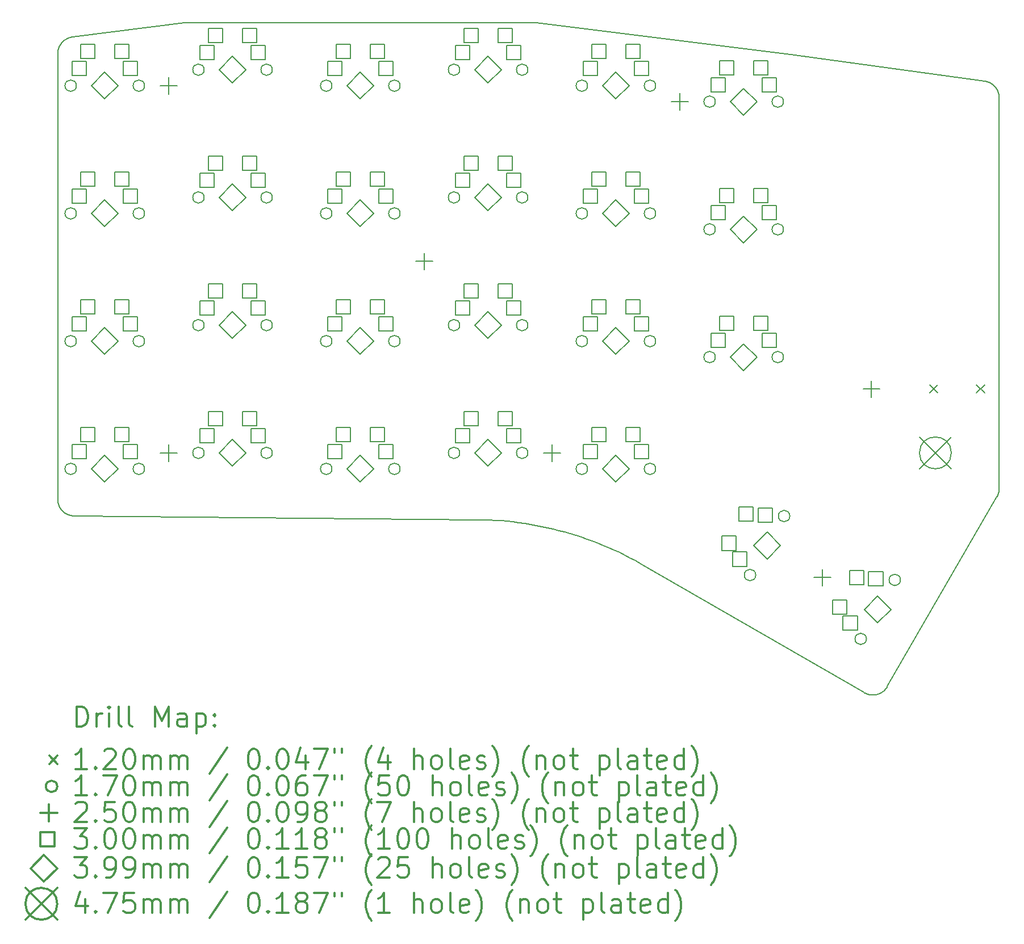
<source format=gbr>
%FSLAX45Y45*%
G04 Gerber Fmt 4.5, Leading zero omitted, Abs format (unit mm)*
G04 Created by KiCad (PCBNEW (5.1.9)-1) date 2021-08-27 08:54:17*
%MOMM*%
%LPD*%
G01*
G04 APERTURE LIST*
%TA.AperFunction,Profile*%
%ADD10C,0.150000*%
%TD*%
%ADD11C,0.200000*%
%ADD12C,0.300000*%
G04 APERTURE END LIST*
D10*
X26545438Y-19308693D02*
X26549438Y-19306993D01*
X26529038Y-19314593D02*
X26533238Y-19313193D01*
X26576738Y-19293393D02*
X26580638Y-19291093D01*
X26569138Y-19297593D02*
X26573038Y-19295493D01*
X26557438Y-19303393D02*
X26561538Y-19301493D01*
X26508138Y-19320493D02*
X26512238Y-19319493D01*
X26541338Y-19310293D02*
X26545438Y-19308693D01*
X26533238Y-19313193D02*
X26537338Y-19311793D01*
X26512238Y-19319493D02*
X26516538Y-19318293D01*
X26524838Y-19315993D02*
X26529038Y-19314593D01*
X26580638Y-19291093D02*
X26584238Y-19288893D01*
X26573038Y-19295493D02*
X26576738Y-19293393D01*
X26503838Y-19321393D02*
X26508138Y-19320493D01*
X26565238Y-19299593D02*
X26569138Y-19297593D01*
X26561538Y-19301493D02*
X26565238Y-19299593D01*
X26490838Y-19323793D02*
X26495238Y-19323093D01*
X26516538Y-19318293D02*
X26520738Y-19317193D01*
X26549438Y-19306993D02*
X26553438Y-19305293D01*
X26520738Y-19317193D02*
X26524838Y-19315993D01*
X26495238Y-19323093D02*
X26499438Y-19322293D01*
X26553438Y-19305293D02*
X26557438Y-19303393D01*
X26499438Y-19322293D02*
X26503838Y-19321393D01*
X26537338Y-19311793D02*
X26541338Y-19310293D01*
X28214838Y-10204763D02*
X28210938Y-10202503D01*
X28187738Y-10190663D02*
X28183738Y-10188913D01*
X28218438Y-10207013D02*
X28214838Y-10204763D01*
X28199438Y-10196253D02*
X28195638Y-10194373D01*
X28150638Y-10177543D02*
X28146438Y-10176453D01*
X28195638Y-10194373D02*
X28191638Y-10192443D01*
X28154938Y-10178733D02*
X28150638Y-10177543D01*
X28210938Y-10202503D02*
X28207238Y-10200373D01*
X28167438Y-10182663D02*
X28163238Y-10181263D01*
X28159038Y-10179943D02*
X28154938Y-10178733D01*
X28163238Y-10181263D02*
X28159038Y-10179943D01*
X28171538Y-10184113D02*
X28167438Y-10182663D01*
X28207238Y-10200373D02*
X28203338Y-10198303D01*
X28229338Y-10214213D02*
X28225838Y-10211813D01*
X28222138Y-10209343D02*
X28218438Y-10207013D01*
X28191638Y-10192443D02*
X28187738Y-10190663D01*
X28142338Y-10175453D02*
X28137938Y-10174493D01*
X28203338Y-10198303D02*
X28199438Y-10196253D01*
X28179638Y-10187223D02*
X28175638Y-10185633D01*
X28225838Y-10211813D02*
X28222138Y-10209343D01*
X28146438Y-10176453D02*
X28142338Y-10175453D01*
X28175638Y-10185633D02*
X28171538Y-10184113D01*
X28183738Y-10188913D02*
X28179638Y-10187223D01*
X28236438Y-10219323D02*
X28232938Y-10216803D01*
X28246738Y-10227523D02*
X28243338Y-10224753D01*
X28265838Y-10245403D02*
X28262738Y-10242253D01*
X28290838Y-10275683D02*
X28288238Y-10272053D01*
X28271738Y-10251733D02*
X28268838Y-10248513D01*
X28288238Y-10272053D02*
X28285738Y-10268643D01*
X28268838Y-10248513D02*
X28265838Y-10245403D01*
X28285738Y-10268643D02*
X28283038Y-10265113D01*
X28243338Y-10224753D02*
X28239938Y-10222033D01*
X28250038Y-10230363D02*
X28246738Y-10227523D01*
X28280238Y-10261693D02*
X28277538Y-10258333D01*
X28259638Y-10239163D02*
X28256538Y-10236213D01*
X28256538Y-10236213D02*
X28253338Y-10233263D01*
X28298038Y-10286573D02*
X28295638Y-10282903D01*
X28283038Y-10265113D02*
X28280238Y-10261693D01*
X28253338Y-10233263D02*
X28250038Y-10230363D01*
X28277538Y-10258333D02*
X28274638Y-10255013D01*
X28295638Y-10282903D02*
X28293238Y-10279163D01*
X28293238Y-10279163D02*
X28290838Y-10275683D01*
X28239938Y-10222033D02*
X28236438Y-10219323D01*
X28262738Y-10242253D02*
X28259638Y-10239163D01*
X28232938Y-10216803D02*
X28229338Y-10214213D01*
X28274638Y-10255013D02*
X28271738Y-10251733D01*
X14304533Y-16445713D02*
X14305245Y-16449973D01*
X14303884Y-16441373D02*
X14304533Y-16445713D01*
X14390751Y-16598093D02*
X14394114Y-16600863D01*
X14318057Y-16496173D02*
X14319641Y-16500193D01*
X14337179Y-16535373D02*
X14339430Y-16539043D01*
X14306047Y-16454293D02*
X14306913Y-16458553D01*
X14305245Y-16449973D02*
X14306047Y-16454293D01*
X14384155Y-16592353D02*
X14387431Y-16595253D01*
X14380934Y-16589403D02*
X14384155Y-16592353D01*
X14316529Y-16492093D02*
X14318057Y-16496173D01*
X14323080Y-16508293D02*
X14324859Y-16512203D01*
X14368631Y-16577103D02*
X14371582Y-16580213D01*
X14365679Y-16573883D02*
X14368631Y-16577103D01*
X14357173Y-16563923D02*
X14359945Y-16567283D01*
X14309964Y-16471253D02*
X14311151Y-16475533D01*
X14313684Y-16483823D02*
X14315080Y-16487993D01*
X14346632Y-16549933D02*
X14349224Y-16553563D01*
X14319641Y-16500193D02*
X14321330Y-16504273D01*
X14308871Y-16467033D02*
X14309964Y-16471253D01*
X14339430Y-16539043D02*
X14341763Y-16542703D01*
X14359945Y-16567283D02*
X14362780Y-16570603D01*
X14341763Y-16542703D02*
X14344238Y-16546443D01*
X14332797Y-16527783D02*
X14334927Y-16531553D01*
X14401060Y-16606283D02*
X14404469Y-16608813D01*
X14324859Y-16512203D02*
X14326794Y-16516253D01*
X14321330Y-16504273D02*
X14323080Y-16508293D01*
X14394114Y-16600863D02*
X14397534Y-16603583D01*
X14328675Y-16520033D02*
X14330722Y-16523963D01*
X14377822Y-16586453D02*
X14380934Y-16589403D01*
X14387431Y-16595253D02*
X14390751Y-16598093D01*
X14312364Y-16479633D02*
X14313684Y-16483823D01*
X14397534Y-16603583D02*
X14401060Y-16606283D01*
X14306913Y-16458553D02*
X14307872Y-16462873D01*
X14374676Y-16583353D02*
X14377822Y-16586453D01*
X14311151Y-16475533D02*
X14312364Y-16479633D01*
X14371582Y-16580213D02*
X14374676Y-16583353D01*
X14362780Y-16570603D02*
X14365679Y-16573883D01*
X14351747Y-16556973D02*
X14354452Y-16560503D01*
X14334927Y-16531553D02*
X14337179Y-16535373D01*
X14349224Y-16553563D02*
X14351747Y-16556973D01*
X14315080Y-16487993D02*
X14316529Y-16492093D01*
X14307872Y-16462873D02*
X14308871Y-16467033D01*
X14344238Y-16546443D02*
X14346632Y-16549933D01*
X14326794Y-16516253D02*
X14328675Y-16520033D01*
X14354452Y-16560503D02*
X14357173Y-16563923D01*
X14330722Y-16523963D02*
X14332797Y-16527783D01*
X14302064Y-16424063D02*
X14302400Y-16428343D01*
X14301588Y-9751634D02*
X14301481Y-9756046D01*
X14319432Y-9666759D02*
X14317878Y-9670726D01*
X14301766Y-9747296D02*
X14301588Y-9751634D01*
X14305938Y-9712704D02*
X14305148Y-9717023D01*
X14346382Y-9616861D02*
X14343878Y-9620522D01*
X14317878Y-9670726D02*
X14316334Y-9674886D01*
X14343878Y-9620522D02*
X14341482Y-9624158D01*
X14351513Y-9609770D02*
X14348840Y-9613402D01*
X14303245Y-9729964D02*
X14302769Y-9734236D01*
X14301605Y-16415293D02*
X14301797Y-16419703D01*
X14301452Y-9759912D02*
X14301452Y-16406493D01*
X14302769Y-9734236D02*
X14302357Y-9738603D01*
X14314888Y-9678995D02*
X14313548Y-9683035D01*
X14322842Y-9658673D02*
X14321112Y-9662678D01*
X14303317Y-16437063D02*
X14303884Y-16441373D01*
X14304449Y-9721259D02*
X14303814Y-9725561D01*
X14301452Y-16406493D02*
X14301492Y-16410963D01*
X14302400Y-16428343D02*
X14302818Y-16432673D01*
X14302357Y-9738603D02*
X14302023Y-9742990D01*
X14301797Y-16419703D02*
X14302064Y-16424063D01*
X14308746Y-9699904D02*
X14307742Y-9704127D01*
X14316334Y-9674886D02*
X14314888Y-9678995D01*
X14301492Y-16410963D02*
X14301605Y-16415293D01*
X14312191Y-9687366D02*
X14310997Y-9691434D01*
X14301481Y-9756046D02*
X14301452Y-9759912D01*
X14305148Y-9717023D02*
X14304449Y-9721259D01*
X14334686Y-9635304D02*
X14332547Y-9639105D01*
X14306806Y-9708388D02*
X14305938Y-9712704D01*
X14309828Y-9695685D02*
X14308746Y-9699904D01*
X14339176Y-9627797D02*
X14336843Y-9631622D01*
X14310997Y-9691434D02*
X14309828Y-9695685D01*
X14326525Y-9650728D02*
X14324652Y-9654680D01*
X14328450Y-9646851D02*
X14326525Y-9650728D01*
X14330451Y-9642981D02*
X14328450Y-9646851D01*
X14332547Y-9639105D02*
X14330451Y-9642981D01*
X14348840Y-9613402D02*
X14346382Y-9616861D01*
X14341482Y-9624158D02*
X14339176Y-9627797D01*
X14303814Y-9725561D02*
X14303245Y-9729964D01*
X14336843Y-9631622D02*
X14334686Y-9635304D01*
X14321112Y-9662678D02*
X14319432Y-9666759D01*
X14302023Y-9742990D02*
X14301766Y-9747296D01*
X14302818Y-16432673D02*
X14303317Y-16437063D01*
X14324652Y-9654680D02*
X14322842Y-9658673D01*
X14313548Y-9683035D02*
X14312191Y-9687366D01*
X14307742Y-9704127D02*
X14306806Y-9708388D01*
X14465406Y-9525127D02*
X14461328Y-9526662D01*
X14461328Y-9526662D02*
X14457359Y-9528233D01*
X14477778Y-9520955D02*
X14473689Y-9522255D01*
X14354087Y-9606401D02*
X14351513Y-9609770D01*
X14356817Y-9602954D02*
X14354087Y-9606401D01*
X14359584Y-9599585D02*
X14356817Y-9602954D01*
X14377444Y-9580350D02*
X14374296Y-9583458D01*
X14511750Y-9513025D02*
X14507478Y-9513750D01*
X14404057Y-9557925D02*
X14400549Y-9560533D01*
X14490415Y-9517419D02*
X14486253Y-9518506D01*
X14383761Y-9574434D02*
X14380542Y-9577397D01*
X14457359Y-9528233D02*
X14453234Y-9529954D01*
X14469534Y-9523654D02*
X14465406Y-9525127D01*
X14449267Y-9531688D02*
X14445285Y-9533514D01*
X14362434Y-9596231D02*
X14359584Y-9599585D01*
X14400549Y-9560533D02*
X14397088Y-9563202D01*
X14486253Y-9518506D02*
X14482022Y-9519688D01*
X14390290Y-9568730D02*
X14387040Y-9571519D01*
X14365286Y-9592993D02*
X14362434Y-9596231D01*
X14371212Y-9586609D02*
X14368254Y-9589738D01*
X14507478Y-9513750D02*
X14503260Y-9514542D01*
X14397088Y-9563202D02*
X14393727Y-9565887D01*
X14407624Y-9555370D02*
X14404057Y-9557925D01*
X14418560Y-9548099D02*
X14414834Y-9550484D01*
X14482022Y-9519688D02*
X14477778Y-9520955D01*
X14441444Y-9535358D02*
X14437429Y-9537369D01*
X14473689Y-9522255D02*
X14469534Y-9523654D01*
X14494708Y-9516379D02*
X14490415Y-9517419D01*
X14516154Y-9512358D02*
X14511750Y-9513025D01*
X14498965Y-9515424D02*
X14494708Y-9516379D01*
X14503260Y-9514542D02*
X14498965Y-9515424D01*
X14520430Y-9511784D02*
X14516154Y-9512358D01*
X14368254Y-9589738D02*
X14365286Y-9592993D01*
X14445285Y-9533514D02*
X14441444Y-9535358D01*
X14374296Y-9583458D02*
X14371212Y-9586609D01*
X14393727Y-9565887D02*
X14390290Y-9568730D01*
X14414834Y-9550484D02*
X14411193Y-9552905D01*
X14422224Y-9545842D02*
X14418560Y-9548099D01*
X14437429Y-9537369D02*
X14433622Y-9539362D01*
X14429783Y-9541457D02*
X14425947Y-9543639D01*
X14433622Y-9539362D02*
X14429783Y-9541457D01*
X14411193Y-9552905D02*
X14407624Y-9555370D01*
X14380542Y-9577397D02*
X14377444Y-9580350D01*
X14425947Y-9543639D02*
X14422224Y-9545842D01*
X14387040Y-9571519D02*
X14383761Y-9574434D01*
X14453234Y-9529954D02*
X14449267Y-9531688D01*
X16192768Y-9302742D02*
X14520430Y-9511784D01*
X16197708Y-9302176D02*
X16192768Y-9302742D01*
X16202078Y-9301753D02*
X16197708Y-9302176D01*
X16206338Y-9301419D02*
X16202078Y-9301753D01*
X16210698Y-9301152D02*
X16206338Y-9301419D01*
X21411678Y-9301178D02*
X21407308Y-9300977D01*
X25227038Y-9777293D02*
X21429078Y-9302736D01*
X21402938Y-9300853D02*
X21398158Y-9300807D01*
X16219428Y-9300847D02*
X16215108Y-9300960D01*
X28125138Y-10172113D02*
X28119838Y-10171333D01*
X16223908Y-9300807D02*
X16219428Y-9300847D01*
X21407308Y-9300977D02*
X21402938Y-9300853D01*
X21429078Y-9302736D02*
X21424808Y-9302240D01*
X28133738Y-10173623D02*
X28129338Y-10172823D01*
X21398158Y-9300807D02*
X16223908Y-9300807D01*
X21415998Y-9301453D02*
X21411678Y-9301178D01*
X21420408Y-9301808D02*
X21415998Y-9301453D01*
X21424808Y-9302240D02*
X21420408Y-9301808D01*
X25229538Y-9777620D02*
X25227038Y-9777293D01*
X28129338Y-10172823D02*
X28125138Y-10172113D01*
X16215108Y-9300960D02*
X16210698Y-9301152D01*
X28119838Y-10171333D02*
X25229538Y-9777620D01*
X28137938Y-10174493D02*
X28133738Y-10173623D01*
X26628538Y-19253693D02*
X26631638Y-19250493D01*
X26595238Y-19281693D02*
X26598738Y-19279093D01*
X26643338Y-19237493D02*
X26646138Y-19234193D01*
X26631638Y-19250493D02*
X26634638Y-19247393D01*
X26648838Y-19230793D02*
X26651438Y-19227293D01*
X26646138Y-19234193D02*
X26648838Y-19230793D01*
X26637538Y-19244193D02*
X26640438Y-19240893D01*
X26622338Y-19259693D02*
X26625438Y-19256693D01*
X26591538Y-19284093D02*
X26595238Y-19281693D01*
X26654038Y-19223793D02*
X26656638Y-19220193D01*
X26584238Y-19288893D02*
X26587938Y-19286493D01*
X26634638Y-19247393D02*
X26637538Y-19244193D01*
X26651438Y-19227293D02*
X26654038Y-19223793D01*
X26602238Y-19276493D02*
X26605738Y-19273793D01*
X26615838Y-19265493D02*
X26619038Y-19262693D01*
X26612438Y-19268393D02*
X26615838Y-19265493D01*
X26587938Y-19286493D02*
X26591538Y-19284093D01*
X26605738Y-19273793D02*
X26609138Y-19271193D01*
X26609138Y-19271193D02*
X26612438Y-19268393D01*
X26598738Y-19279093D02*
X26602238Y-19276493D01*
X26625438Y-19256693D02*
X26628538Y-19253693D01*
X26619038Y-19262693D02*
X26622338Y-19259693D01*
X26640438Y-19240893D02*
X26643338Y-19237493D01*
X28300238Y-10290243D02*
X28298038Y-10286573D01*
X28302538Y-10294063D02*
X28300238Y-10290243D01*
X28317838Y-10325423D02*
X28316138Y-10321343D01*
X28330538Y-10367063D02*
X28329538Y-10362743D01*
X28304638Y-10297833D02*
X28302538Y-10294063D01*
X28322338Y-10337613D02*
X28320938Y-10333523D01*
X28310638Y-10309353D02*
X28308738Y-10305583D01*
X28326338Y-10350073D02*
X28325038Y-10345973D01*
X28320938Y-10333523D02*
X28319438Y-10329433D01*
X28327438Y-10354353D02*
X28326338Y-10350073D01*
X28312638Y-10313413D02*
X28310638Y-10309353D01*
X28332938Y-10379903D02*
X28332238Y-10375643D01*
X28314338Y-10317313D02*
X28312638Y-10313413D01*
X28308738Y-10305583D02*
X28306738Y-10301653D01*
X28306738Y-10301653D02*
X28304638Y-10297833D01*
X28323738Y-10341793D02*
X28322338Y-10337613D01*
X28329538Y-10362743D02*
X28328538Y-10358583D01*
X28316138Y-10321343D02*
X28314338Y-10317313D01*
X28325038Y-10345973D02*
X28323738Y-10341793D01*
X28328538Y-10358583D02*
X28327438Y-10354353D01*
X28319438Y-10329433D02*
X28317838Y-10325423D01*
X28331438Y-10371323D02*
X28330538Y-10367063D01*
X28332238Y-10375643D02*
X28331438Y-10371323D01*
X28332938Y-16283863D02*
X28333538Y-16279613D01*
X28332238Y-16288203D02*
X28332938Y-16283863D01*
X28335338Y-10401553D02*
X28335038Y-10397263D01*
X28335938Y-10414643D02*
X28335838Y-10410323D01*
X28335938Y-16249163D02*
X28336038Y-16244823D01*
X28333538Y-16279613D02*
X28334138Y-16275203D01*
X28335438Y-16262183D02*
X28335638Y-16257893D01*
X28335638Y-16257893D02*
X28335838Y-16253493D01*
X28334138Y-10388553D02*
X28333538Y-10384233D01*
X28335038Y-10397263D02*
X28334638Y-10392943D01*
X28335638Y-10405913D02*
X28335338Y-10401553D01*
X28331438Y-16292523D02*
X28332238Y-16288203D01*
X28333538Y-10384233D02*
X28332938Y-10379903D01*
X28330538Y-16296723D02*
X28331438Y-16292523D01*
X28334638Y-10392943D02*
X28334138Y-10388553D01*
X28335838Y-10410323D02*
X28335638Y-10405913D01*
X28336038Y-10419123D02*
X28335938Y-10414643D01*
X28336038Y-16244823D02*
X28336038Y-10419123D01*
X28335038Y-16266553D02*
X28335438Y-16262183D01*
X28329638Y-16301043D02*
X28330538Y-16296723D01*
X28334638Y-16270953D02*
X28335038Y-16266553D01*
X28335838Y-16253493D02*
X28335938Y-16249163D01*
X28334138Y-16275203D02*
X28334638Y-16270953D01*
X28320938Y-16330223D02*
X28322338Y-16326213D01*
X28306738Y-16362133D02*
X28308838Y-16358263D01*
X28317838Y-16338453D02*
X28319438Y-16334423D01*
X28308838Y-16358263D02*
X28310738Y-16354403D01*
X26656638Y-19220193D02*
X26659038Y-19216693D01*
X28312638Y-16350443D02*
X28314438Y-16346453D01*
X26666138Y-19205593D02*
X26668338Y-19201893D01*
X28314438Y-16346453D02*
X28316138Y-16342463D01*
X26668338Y-19201893D02*
X28302538Y-16369843D01*
X26661438Y-19212993D02*
X26663838Y-19209293D01*
X28327438Y-16309563D02*
X28328638Y-16305173D01*
X28302538Y-16369843D02*
X28304638Y-16366003D01*
X28322338Y-16326213D02*
X28323838Y-16322013D01*
X28319438Y-16334423D02*
X28320938Y-16330223D01*
X28310738Y-16354403D02*
X28312638Y-16350443D01*
X26659038Y-19216693D02*
X26661438Y-19212993D01*
X28328638Y-16305173D02*
X28329638Y-16301043D01*
X28326338Y-16313683D02*
X28327438Y-16309563D01*
X28325038Y-16317893D02*
X28326338Y-16313683D01*
X28316138Y-16342463D02*
X28317838Y-16338453D01*
X28323838Y-16322013D02*
X28325038Y-16317893D01*
X26663838Y-19209293D02*
X26666138Y-19205593D01*
X28304638Y-16366003D02*
X28306738Y-16362133D01*
X26330538Y-19295493D02*
X26334438Y-19297593D01*
X26416938Y-19324393D02*
X26421338Y-19324993D01*
X26334438Y-19297593D02*
X26338338Y-19299593D01*
X22906948Y-17321173D02*
X23017428Y-17383093D01*
X26434338Y-19326293D02*
X26438738Y-19326493D01*
X26443038Y-19326693D02*
X26447438Y-19326793D01*
X26395538Y-19320493D02*
X26399838Y-19321393D01*
X22272408Y-17031413D02*
X22353858Y-17062753D01*
X21857668Y-16896313D02*
X21941538Y-16920423D01*
X21773388Y-16873663D02*
X21857668Y-16896313D01*
X22673798Y-17202153D02*
X22752198Y-17240473D01*
X26338338Y-19299593D02*
X26342238Y-19301593D01*
X26326838Y-19293393D02*
X26330538Y-19295493D01*
X22024968Y-16946003D02*
X22107938Y-16973033D01*
X26451838Y-19326893D02*
X26456238Y-19326793D01*
X26346138Y-19303493D02*
X26350038Y-19305193D01*
X26421338Y-19324993D02*
X26425738Y-19325493D01*
X26399838Y-19321393D02*
X26404138Y-19322293D01*
X22752198Y-17240473D02*
X22829928Y-17280153D01*
X21941538Y-16920423D02*
X22024968Y-16946003D01*
X26412738Y-19323793D02*
X26416938Y-19324393D01*
X21432728Y-16797863D02*
X21518378Y-16814583D01*
X26429938Y-19325893D02*
X26434338Y-19326293D01*
X22353858Y-17062753D02*
X22434738Y-17095503D01*
X26447438Y-19326793D02*
X26451838Y-19326893D01*
X22829928Y-17280153D02*
X22906948Y-17321173D01*
X26391338Y-19319493D02*
X26395538Y-19320493D01*
X26404138Y-19322293D02*
X26408438Y-19323093D01*
X26378738Y-19315993D02*
X26382938Y-19317193D01*
X26354138Y-19306993D02*
X26358138Y-19308693D01*
X22190428Y-17001503D02*
X22272408Y-17031413D01*
X23017428Y-17383093D02*
X26326838Y-19293393D01*
X22515048Y-17129663D02*
X22594738Y-17165213D01*
X22434738Y-17095503D02*
X22515048Y-17129663D01*
X22594738Y-17165213D02*
X22673798Y-17202153D01*
X22107938Y-16973033D02*
X22190428Y-17001503D01*
X26350038Y-19305193D02*
X26354138Y-19306993D01*
X21688738Y-16852483D02*
X21773388Y-16873663D01*
X26408438Y-19323093D02*
X26412738Y-19323793D01*
X21603718Y-16832783D02*
X21688738Y-16852483D01*
X26438738Y-19326493D02*
X26443038Y-19326693D01*
X26382938Y-19317193D02*
X26387038Y-19318293D01*
X26358138Y-19308693D02*
X26362138Y-19310293D01*
X26366238Y-19311793D02*
X26370438Y-19313293D01*
X26374538Y-19314593D02*
X26378738Y-19315993D01*
X26362138Y-19310293D02*
X26366238Y-19311793D01*
X26387038Y-19318293D02*
X26391338Y-19319493D01*
X21518378Y-16814583D02*
X21603718Y-16832783D01*
X26425738Y-19325493D02*
X26429938Y-19325893D01*
X26370438Y-19313293D02*
X26374538Y-19314593D01*
X26342238Y-19301593D02*
X26346138Y-19303493D01*
X14478398Y-16645673D02*
X14482496Y-16646883D01*
X21087608Y-16746013D02*
X21174218Y-16756713D01*
X14516658Y-16654153D02*
X14520968Y-16654713D01*
X14474214Y-16644353D02*
X14478398Y-16645673D01*
X14441777Y-16631243D02*
X14445834Y-16633173D01*
X14461857Y-16639973D02*
X14465945Y-16641503D01*
X14411586Y-16613793D02*
X14415325Y-16616273D01*
X20652498Y-16715253D02*
X20739708Y-16718363D01*
X14465945Y-16641503D02*
X14470036Y-16642953D01*
X14525360Y-16655213D02*
X14529687Y-16655633D01*
X14542773Y-16656433D02*
X14549102Y-16656573D01*
X14426484Y-16623103D02*
X14430249Y-16625233D01*
X14408103Y-16611403D02*
X14411586Y-16613793D01*
X14449736Y-16634953D02*
X14453761Y-16636703D01*
X14512319Y-16653503D02*
X14516658Y-16654153D01*
X21174218Y-16756713D02*
X21260618Y-16768923D01*
X14495161Y-16650163D02*
X14499481Y-16651123D01*
X21000828Y-16736823D02*
X21087608Y-16746013D01*
X20913898Y-16729153D02*
X21000828Y-16736823D01*
X20739708Y-16718363D02*
X20826848Y-16723003D01*
X14533970Y-16655973D02*
X14538360Y-16656233D01*
X14508061Y-16652783D02*
X14512319Y-16653503D01*
X14503739Y-16651983D02*
X14508061Y-16652783D01*
X14499481Y-16651123D02*
X14503739Y-16651983D01*
X14491000Y-16649163D02*
X14495161Y-16650163D01*
X14430249Y-16625233D02*
X14434071Y-16627313D01*
X14453761Y-16636703D02*
X14457838Y-16638393D01*
X14438002Y-16629353D02*
X14441777Y-16631243D01*
X14470036Y-16642953D02*
X14474214Y-16644353D01*
X20826848Y-16723003D02*
X20913898Y-16729153D01*
X20565248Y-16713663D02*
X20652498Y-16715253D01*
X14538360Y-16656233D02*
X14542773Y-16656433D01*
X14457838Y-16638393D02*
X14461857Y-16639973D01*
X14422662Y-16620853D02*
X14426484Y-16623103D01*
X14418989Y-16618603D02*
X14422662Y-16620853D01*
X21346798Y-16782643D02*
X21432728Y-16797863D01*
X21260618Y-16768923D02*
X21346798Y-16782643D01*
X14434071Y-16627313D02*
X14438002Y-16629353D01*
X14549102Y-16656573D02*
X20565248Y-16713663D01*
X14482496Y-16646883D02*
X14486776Y-16648073D01*
X14520968Y-16654713D02*
X14525360Y-16655213D01*
X14529687Y-16655633D02*
X14533970Y-16655973D01*
X14415325Y-16616273D02*
X14418989Y-16618603D01*
X14486776Y-16648073D02*
X14491000Y-16649163D01*
X14445834Y-16633173D02*
X14449736Y-16634953D01*
X14404469Y-16608813D02*
X14408103Y-16611403D01*
X26486538Y-19324393D02*
X26490838Y-19323793D01*
X26460538Y-19326693D02*
X26464938Y-19326493D01*
X26482338Y-19324993D02*
X26486538Y-19324393D01*
X26469238Y-19326293D02*
X26473638Y-19325893D01*
X26473638Y-19325893D02*
X26477938Y-19325493D01*
X26464938Y-19326493D02*
X26469238Y-19326293D01*
X26477938Y-19325493D02*
X26482338Y-19324993D01*
X26456238Y-19326793D02*
X26460538Y-19326693D01*
D11*
X27298184Y-14703788D02*
X27418184Y-14823788D01*
X27418184Y-14703788D02*
X27298184Y-14823788D01*
X27298184Y-14703788D02*
X27418184Y-14823788D01*
X27418184Y-14703788D02*
X27298184Y-14823788D01*
X27998184Y-14703788D02*
X28118184Y-14823788D01*
X28118184Y-14703788D02*
X27998184Y-14823788D01*
X27998184Y-14703788D02*
X28118184Y-14823788D01*
X28118184Y-14703788D02*
X27998184Y-14823788D01*
X14579024Y-10239413D02*
G75*
G03*
X14579024Y-10239413I-85090J0D01*
G01*
X14579024Y-12144413D02*
G75*
G03*
X14579024Y-12144413I-85090J0D01*
G01*
X14579024Y-14049413D02*
G75*
G03*
X14579024Y-14049413I-85090J0D01*
G01*
X14579024Y-15954413D02*
G75*
G03*
X14579024Y-15954413I-85090J0D01*
G01*
X15595024Y-10239413D02*
G75*
G03*
X15595024Y-10239413I-85090J0D01*
G01*
X15595024Y-12144413D02*
G75*
G03*
X15595024Y-12144413I-85090J0D01*
G01*
X15595024Y-14049413D02*
G75*
G03*
X15595024Y-14049413I-85090J0D01*
G01*
X15595024Y-15954413D02*
G75*
G03*
X15595024Y-15954413I-85090J0D01*
G01*
X16484024Y-10001288D02*
G75*
G03*
X16484024Y-10001288I-85090J0D01*
G01*
X16484024Y-11906300D02*
G75*
G03*
X16484024Y-11906300I-85090J0D01*
G01*
X16484024Y-13811288D02*
G75*
G03*
X16484024Y-13811288I-85090J0D01*
G01*
X16484024Y-15716288D02*
G75*
G03*
X16484024Y-15716288I-85090J0D01*
G01*
X17500024Y-10001288D02*
G75*
G03*
X17500024Y-10001288I-85090J0D01*
G01*
X17500024Y-11906300D02*
G75*
G03*
X17500024Y-11906300I-85090J0D01*
G01*
X17500024Y-13811288D02*
G75*
G03*
X17500024Y-13811288I-85090J0D01*
G01*
X17500024Y-15716288D02*
G75*
G03*
X17500024Y-15716288I-85090J0D01*
G01*
X18389024Y-10239413D02*
G75*
G03*
X18389024Y-10239413I-85090J0D01*
G01*
X18389024Y-12144413D02*
G75*
G03*
X18389024Y-12144413I-85090J0D01*
G01*
X18389024Y-14049413D02*
G75*
G03*
X18389024Y-14049413I-85090J0D01*
G01*
X18389024Y-15954413D02*
G75*
G03*
X18389024Y-15954413I-85090J0D01*
G01*
X19405024Y-10239413D02*
G75*
G03*
X19405024Y-10239413I-85090J0D01*
G01*
X19405024Y-12144413D02*
G75*
G03*
X19405024Y-12144413I-85090J0D01*
G01*
X19405024Y-14049413D02*
G75*
G03*
X19405024Y-14049413I-85090J0D01*
G01*
X19405024Y-15954413D02*
G75*
G03*
X19405024Y-15954413I-85090J0D01*
G01*
X20294024Y-10001288D02*
G75*
G03*
X20294024Y-10001288I-85090J0D01*
G01*
X20294024Y-11906288D02*
G75*
G03*
X20294024Y-11906288I-85090J0D01*
G01*
X20294024Y-13811288D02*
G75*
G03*
X20294024Y-13811288I-85090J0D01*
G01*
X20294024Y-15716288D02*
G75*
G03*
X20294024Y-15716288I-85090J0D01*
G01*
X21310024Y-10001288D02*
G75*
G03*
X21310024Y-10001288I-85090J0D01*
G01*
X21310024Y-11906288D02*
G75*
G03*
X21310024Y-11906288I-85090J0D01*
G01*
X21310024Y-13811288D02*
G75*
G03*
X21310024Y-13811288I-85090J0D01*
G01*
X21310024Y-15716288D02*
G75*
G03*
X21310024Y-15716288I-85090J0D01*
G01*
X22199024Y-10239413D02*
G75*
G03*
X22199024Y-10239413I-85090J0D01*
G01*
X22199024Y-12144413D02*
G75*
G03*
X22199024Y-12144413I-85090J0D01*
G01*
X22199024Y-14049413D02*
G75*
G03*
X22199024Y-14049413I-85090J0D01*
G01*
X22199024Y-15954413D02*
G75*
G03*
X22199024Y-15954413I-85090J0D01*
G01*
X23215024Y-10239413D02*
G75*
G03*
X23215024Y-10239413I-85090J0D01*
G01*
X23215024Y-12144413D02*
G75*
G03*
X23215024Y-12144413I-85090J0D01*
G01*
X23215024Y-14049413D02*
G75*
G03*
X23215024Y-14049413I-85090J0D01*
G01*
X23215024Y-15954413D02*
G75*
G03*
X23215024Y-15954413I-85090J0D01*
G01*
X24104024Y-10477538D02*
G75*
G03*
X24104024Y-10477538I-85090J0D01*
G01*
X24104024Y-12382538D02*
G75*
G03*
X24104024Y-12382538I-85090J0D01*
G01*
X24104024Y-14287538D02*
G75*
G03*
X24104024Y-14287538I-85090J0D01*
G01*
X24706663Y-17538270D02*
G75*
G03*
X24706663Y-17538270I-85090J0D01*
G01*
X25120024Y-10477538D02*
G75*
G03*
X25120024Y-10477538I-85090J0D01*
G01*
X25120024Y-12382538D02*
G75*
G03*
X25120024Y-12382538I-85090J0D01*
G01*
X25120024Y-14287538D02*
G75*
G03*
X25120024Y-14287538I-85090J0D01*
G01*
X25214663Y-16658388D02*
G75*
G03*
X25214663Y-16658388I-85090J0D01*
G01*
X26356442Y-18490770D02*
G75*
G03*
X26356442Y-18490770I-85090J0D01*
G01*
X26864442Y-17610888D02*
G75*
G03*
X26864442Y-17610888I-85090J0D01*
G01*
X15954442Y-10114418D02*
X15954442Y-10364418D01*
X15829442Y-10239418D02*
X16079442Y-10239418D01*
X15954442Y-15591316D02*
X15954442Y-15841316D01*
X15829442Y-15716316D02*
X16079442Y-15716316D01*
X19764458Y-12733804D02*
X19764458Y-12983804D01*
X19639458Y-12858804D02*
X19889458Y-12858804D01*
X21669466Y-15591316D02*
X21669466Y-15841316D01*
X21544466Y-15716316D02*
X21794466Y-15716316D01*
X23574474Y-10352544D02*
X23574474Y-10602544D01*
X23449474Y-10477544D02*
X23699474Y-10477544D01*
X25700501Y-17449616D02*
X25700501Y-17699616D01*
X25575501Y-17574616D02*
X25825501Y-17574616D01*
X26431986Y-14638812D02*
X26431986Y-14888812D01*
X26306986Y-14763812D02*
X26556986Y-14763812D01*
X14727001Y-10091480D02*
X14727001Y-9879346D01*
X14514867Y-9879346D01*
X14514867Y-10091480D01*
X14727001Y-10091480D01*
X14727001Y-11996480D02*
X14727001Y-11784346D01*
X14514867Y-11784346D01*
X14514867Y-11996480D01*
X14727001Y-11996480D01*
X14727001Y-13901480D02*
X14727001Y-13689346D01*
X14514867Y-13689346D01*
X14514867Y-13901480D01*
X14727001Y-13901480D01*
X14727001Y-15806480D02*
X14727001Y-15594346D01*
X14514867Y-15594346D01*
X14514867Y-15806480D01*
X14727001Y-15806480D01*
X14854001Y-9837480D02*
X14854001Y-9625346D01*
X14641867Y-9625346D01*
X14641867Y-9837480D01*
X14854001Y-9837480D01*
X14854001Y-11742480D02*
X14854001Y-11530346D01*
X14641867Y-11530346D01*
X14641867Y-11742480D01*
X14854001Y-11742480D01*
X14854001Y-13647480D02*
X14854001Y-13435346D01*
X14641867Y-13435346D01*
X14641867Y-13647480D01*
X14854001Y-13647480D01*
X14854001Y-15552480D02*
X14854001Y-15340346D01*
X14641867Y-15340346D01*
X14641867Y-15552480D01*
X14854001Y-15552480D01*
X15362001Y-9837480D02*
X15362001Y-9625346D01*
X15149867Y-9625346D01*
X15149867Y-9837480D01*
X15362001Y-9837480D01*
X15362001Y-11742480D02*
X15362001Y-11530346D01*
X15149867Y-11530346D01*
X15149867Y-11742480D01*
X15362001Y-11742480D01*
X15362001Y-13647480D02*
X15362001Y-13435346D01*
X15149867Y-13435346D01*
X15149867Y-13647480D01*
X15362001Y-13647480D01*
X15362001Y-15552480D02*
X15362001Y-15340346D01*
X15149867Y-15340346D01*
X15149867Y-15552480D01*
X15362001Y-15552480D01*
X15489001Y-10091480D02*
X15489001Y-9879346D01*
X15276867Y-9879346D01*
X15276867Y-10091480D01*
X15489001Y-10091480D01*
X15489001Y-11996480D02*
X15489001Y-11784346D01*
X15276867Y-11784346D01*
X15276867Y-11996480D01*
X15489001Y-11996480D01*
X15489001Y-13901480D02*
X15489001Y-13689346D01*
X15276867Y-13689346D01*
X15276867Y-13901480D01*
X15489001Y-13901480D01*
X15489001Y-15806480D02*
X15489001Y-15594346D01*
X15276867Y-15594346D01*
X15276867Y-15806480D01*
X15489001Y-15806480D01*
X16632001Y-9853355D02*
X16632001Y-9641221D01*
X16419867Y-9641221D01*
X16419867Y-9853355D01*
X16632001Y-9853355D01*
X16632001Y-11758367D02*
X16632001Y-11546233D01*
X16419867Y-11546233D01*
X16419867Y-11758367D01*
X16632001Y-11758367D01*
X16632001Y-13663355D02*
X16632001Y-13451221D01*
X16419867Y-13451221D01*
X16419867Y-13663355D01*
X16632001Y-13663355D01*
X16632001Y-15568355D02*
X16632001Y-15356221D01*
X16419867Y-15356221D01*
X16419867Y-15568355D01*
X16632001Y-15568355D01*
X16759001Y-9599355D02*
X16759001Y-9387221D01*
X16546867Y-9387221D01*
X16546867Y-9599355D01*
X16759001Y-9599355D01*
X16759001Y-11504367D02*
X16759001Y-11292233D01*
X16546867Y-11292233D01*
X16546867Y-11504367D01*
X16759001Y-11504367D01*
X16759001Y-13409355D02*
X16759001Y-13197221D01*
X16546867Y-13197221D01*
X16546867Y-13409355D01*
X16759001Y-13409355D01*
X16759001Y-15314355D02*
X16759001Y-15102221D01*
X16546867Y-15102221D01*
X16546867Y-15314355D01*
X16759001Y-15314355D01*
X17267001Y-9599355D02*
X17267001Y-9387221D01*
X17054867Y-9387221D01*
X17054867Y-9599355D01*
X17267001Y-9599355D01*
X17267001Y-11504367D02*
X17267001Y-11292233D01*
X17054867Y-11292233D01*
X17054867Y-11504367D01*
X17267001Y-11504367D01*
X17267001Y-13409355D02*
X17267001Y-13197221D01*
X17054867Y-13197221D01*
X17054867Y-13409355D01*
X17267001Y-13409355D01*
X17267001Y-15314355D02*
X17267001Y-15102221D01*
X17054867Y-15102221D01*
X17054867Y-15314355D01*
X17267001Y-15314355D01*
X17394001Y-9853355D02*
X17394001Y-9641221D01*
X17181867Y-9641221D01*
X17181867Y-9853355D01*
X17394001Y-9853355D01*
X17394001Y-11758367D02*
X17394001Y-11546233D01*
X17181867Y-11546233D01*
X17181867Y-11758367D01*
X17394001Y-11758367D01*
X17394001Y-13663355D02*
X17394001Y-13451221D01*
X17181867Y-13451221D01*
X17181867Y-13663355D01*
X17394001Y-13663355D01*
X17394001Y-15568355D02*
X17394001Y-15356221D01*
X17181867Y-15356221D01*
X17181867Y-15568355D01*
X17394001Y-15568355D01*
X18537001Y-10091480D02*
X18537001Y-9879346D01*
X18324867Y-9879346D01*
X18324867Y-10091480D01*
X18537001Y-10091480D01*
X18537001Y-11996480D02*
X18537001Y-11784346D01*
X18324867Y-11784346D01*
X18324867Y-11996480D01*
X18537001Y-11996480D01*
X18537001Y-13901480D02*
X18537001Y-13689346D01*
X18324867Y-13689346D01*
X18324867Y-13901480D01*
X18537001Y-13901480D01*
X18537001Y-15806480D02*
X18537001Y-15594346D01*
X18324867Y-15594346D01*
X18324867Y-15806480D01*
X18537001Y-15806480D01*
X18664001Y-9837480D02*
X18664001Y-9625346D01*
X18451867Y-9625346D01*
X18451867Y-9837480D01*
X18664001Y-9837480D01*
X18664001Y-11742480D02*
X18664001Y-11530346D01*
X18451867Y-11530346D01*
X18451867Y-11742480D01*
X18664001Y-11742480D01*
X18664001Y-13647480D02*
X18664001Y-13435346D01*
X18451867Y-13435346D01*
X18451867Y-13647480D01*
X18664001Y-13647480D01*
X18664001Y-15552480D02*
X18664001Y-15340346D01*
X18451867Y-15340346D01*
X18451867Y-15552480D01*
X18664001Y-15552480D01*
X19172001Y-9837480D02*
X19172001Y-9625346D01*
X18959867Y-9625346D01*
X18959867Y-9837480D01*
X19172001Y-9837480D01*
X19172001Y-11742480D02*
X19172001Y-11530346D01*
X18959867Y-11530346D01*
X18959867Y-11742480D01*
X19172001Y-11742480D01*
X19172001Y-13647480D02*
X19172001Y-13435346D01*
X18959867Y-13435346D01*
X18959867Y-13647480D01*
X19172001Y-13647480D01*
X19172001Y-15552480D02*
X19172001Y-15340346D01*
X18959867Y-15340346D01*
X18959867Y-15552480D01*
X19172001Y-15552480D01*
X19299001Y-10091480D02*
X19299001Y-9879346D01*
X19086867Y-9879346D01*
X19086867Y-10091480D01*
X19299001Y-10091480D01*
X19299001Y-11996480D02*
X19299001Y-11784346D01*
X19086867Y-11784346D01*
X19086867Y-11996480D01*
X19299001Y-11996480D01*
X19299001Y-13901480D02*
X19299001Y-13689346D01*
X19086867Y-13689346D01*
X19086867Y-13901480D01*
X19299001Y-13901480D01*
X19299001Y-15806480D02*
X19299001Y-15594346D01*
X19086867Y-15594346D01*
X19086867Y-15806480D01*
X19299001Y-15806480D01*
X20442001Y-9853355D02*
X20442001Y-9641221D01*
X20229867Y-9641221D01*
X20229867Y-9853355D01*
X20442001Y-9853355D01*
X20442001Y-11758355D02*
X20442001Y-11546221D01*
X20229867Y-11546221D01*
X20229867Y-11758355D01*
X20442001Y-11758355D01*
X20442001Y-13663355D02*
X20442001Y-13451221D01*
X20229867Y-13451221D01*
X20229867Y-13663355D01*
X20442001Y-13663355D01*
X20442001Y-15568355D02*
X20442001Y-15356221D01*
X20229867Y-15356221D01*
X20229867Y-15568355D01*
X20442001Y-15568355D01*
X20569001Y-9599355D02*
X20569001Y-9387221D01*
X20356867Y-9387221D01*
X20356867Y-9599355D01*
X20569001Y-9599355D01*
X20569001Y-11504355D02*
X20569001Y-11292221D01*
X20356867Y-11292221D01*
X20356867Y-11504355D01*
X20569001Y-11504355D01*
X20569001Y-13409355D02*
X20569001Y-13197221D01*
X20356867Y-13197221D01*
X20356867Y-13409355D01*
X20569001Y-13409355D01*
X20569001Y-15314355D02*
X20569001Y-15102221D01*
X20356867Y-15102221D01*
X20356867Y-15314355D01*
X20569001Y-15314355D01*
X21077001Y-9599355D02*
X21077001Y-9387221D01*
X20864867Y-9387221D01*
X20864867Y-9599355D01*
X21077001Y-9599355D01*
X21077001Y-11504355D02*
X21077001Y-11292221D01*
X20864867Y-11292221D01*
X20864867Y-11504355D01*
X21077001Y-11504355D01*
X21077001Y-13409355D02*
X21077001Y-13197221D01*
X20864867Y-13197221D01*
X20864867Y-13409355D01*
X21077001Y-13409355D01*
X21077001Y-15314355D02*
X21077001Y-15102221D01*
X20864867Y-15102221D01*
X20864867Y-15314355D01*
X21077001Y-15314355D01*
X21204001Y-9853355D02*
X21204001Y-9641221D01*
X20991867Y-9641221D01*
X20991867Y-9853355D01*
X21204001Y-9853355D01*
X21204001Y-11758355D02*
X21204001Y-11546221D01*
X20991867Y-11546221D01*
X20991867Y-11758355D01*
X21204001Y-11758355D01*
X21204001Y-13663355D02*
X21204001Y-13451221D01*
X20991867Y-13451221D01*
X20991867Y-13663355D01*
X21204001Y-13663355D01*
X21204001Y-15568355D02*
X21204001Y-15356221D01*
X20991867Y-15356221D01*
X20991867Y-15568355D01*
X21204001Y-15568355D01*
X22347001Y-10091480D02*
X22347001Y-9879346D01*
X22134867Y-9879346D01*
X22134867Y-10091480D01*
X22347001Y-10091480D01*
X22347001Y-11996480D02*
X22347001Y-11784346D01*
X22134867Y-11784346D01*
X22134867Y-11996480D01*
X22347001Y-11996480D01*
X22347001Y-13901480D02*
X22347001Y-13689346D01*
X22134867Y-13689346D01*
X22134867Y-13901480D01*
X22347001Y-13901480D01*
X22347001Y-15806480D02*
X22347001Y-15594346D01*
X22134867Y-15594346D01*
X22134867Y-15806480D01*
X22347001Y-15806480D01*
X22474001Y-9837480D02*
X22474001Y-9625346D01*
X22261867Y-9625346D01*
X22261867Y-9837480D01*
X22474001Y-9837480D01*
X22474001Y-11742480D02*
X22474001Y-11530346D01*
X22261867Y-11530346D01*
X22261867Y-11742480D01*
X22474001Y-11742480D01*
X22474001Y-13647480D02*
X22474001Y-13435346D01*
X22261867Y-13435346D01*
X22261867Y-13647480D01*
X22474001Y-13647480D01*
X22474001Y-15552480D02*
X22474001Y-15340346D01*
X22261867Y-15340346D01*
X22261867Y-15552480D01*
X22474001Y-15552480D01*
X22982001Y-9837480D02*
X22982001Y-9625346D01*
X22769867Y-9625346D01*
X22769867Y-9837480D01*
X22982001Y-9837480D01*
X22982001Y-11742480D02*
X22982001Y-11530346D01*
X22769867Y-11530346D01*
X22769867Y-11742480D01*
X22982001Y-11742480D01*
X22982001Y-13647480D02*
X22982001Y-13435346D01*
X22769867Y-13435346D01*
X22769867Y-13647480D01*
X22982001Y-13647480D01*
X22982001Y-15552480D02*
X22982001Y-15340346D01*
X22769867Y-15340346D01*
X22769867Y-15552480D01*
X22982001Y-15552480D01*
X23109001Y-10091480D02*
X23109001Y-9879346D01*
X22896867Y-9879346D01*
X22896867Y-10091480D01*
X23109001Y-10091480D01*
X23109001Y-11996480D02*
X23109001Y-11784346D01*
X22896867Y-11784346D01*
X22896867Y-11996480D01*
X23109001Y-11996480D01*
X23109001Y-13901480D02*
X23109001Y-13689346D01*
X22896867Y-13689346D01*
X22896867Y-13901480D01*
X23109001Y-13901480D01*
X23109001Y-15806480D02*
X23109001Y-15594346D01*
X22896867Y-15594346D01*
X22896867Y-15806480D01*
X23109001Y-15806480D01*
X24252001Y-10329605D02*
X24252001Y-10117471D01*
X24039867Y-10117471D01*
X24039867Y-10329605D01*
X24252001Y-10329605D01*
X24252001Y-12234605D02*
X24252001Y-12022471D01*
X24039867Y-12022471D01*
X24039867Y-12234605D01*
X24252001Y-12234605D01*
X24252001Y-14139605D02*
X24252001Y-13927471D01*
X24039867Y-13927471D01*
X24039867Y-14139605D01*
X24252001Y-14139605D01*
X24379001Y-10075605D02*
X24379001Y-9863471D01*
X24166867Y-9863471D01*
X24166867Y-10075605D01*
X24379001Y-10075605D01*
X24379001Y-11980605D02*
X24379001Y-11768471D01*
X24166867Y-11768471D01*
X24166867Y-11980605D01*
X24379001Y-11980605D01*
X24379001Y-13885605D02*
X24379001Y-13673471D01*
X24166867Y-13673471D01*
X24166867Y-13885605D01*
X24379001Y-13885605D01*
X24414699Y-17170367D02*
X24414699Y-16958233D01*
X24202565Y-16958233D01*
X24202565Y-17170367D01*
X24414699Y-17170367D01*
X24571170Y-17407352D02*
X24571170Y-17195218D01*
X24359036Y-17195218D01*
X24359036Y-17407352D01*
X24571170Y-17407352D01*
X24668699Y-16730426D02*
X24668699Y-16518292D01*
X24456565Y-16518292D01*
X24456565Y-16730426D01*
X24668699Y-16730426D01*
X24887001Y-10075605D02*
X24887001Y-9863471D01*
X24674867Y-9863471D01*
X24674867Y-10075605D01*
X24887001Y-10075605D01*
X24887001Y-11980605D02*
X24887001Y-11768471D01*
X24674867Y-11768471D01*
X24674867Y-11980605D01*
X24887001Y-11980605D01*
X24887001Y-13885605D02*
X24887001Y-13673471D01*
X24674867Y-13673471D01*
X24674867Y-13885605D01*
X24887001Y-13885605D01*
X24952170Y-16747440D02*
X24952170Y-16535306D01*
X24740036Y-16535306D01*
X24740036Y-16747440D01*
X24952170Y-16747440D01*
X25014001Y-10329605D02*
X25014001Y-10117471D01*
X24801867Y-10117471D01*
X24801867Y-10329605D01*
X25014001Y-10329605D01*
X25014001Y-12234605D02*
X25014001Y-12022471D01*
X24801867Y-12022471D01*
X24801867Y-12234605D01*
X25014001Y-12234605D01*
X25014001Y-14139605D02*
X25014001Y-13927471D01*
X24801867Y-13927471D01*
X24801867Y-14139605D01*
X25014001Y-14139605D01*
X26064478Y-18122867D02*
X26064478Y-17910733D01*
X25852344Y-17910733D01*
X25852344Y-18122867D01*
X26064478Y-18122867D01*
X26220948Y-18359852D02*
X26220948Y-18147718D01*
X26008814Y-18147718D01*
X26008814Y-18359852D01*
X26220948Y-18359852D01*
X26318478Y-17682926D02*
X26318478Y-17470792D01*
X26106344Y-17470792D01*
X26106344Y-17682926D01*
X26318478Y-17682926D01*
X26601948Y-17699941D02*
X26601948Y-17487807D01*
X26389814Y-17487807D01*
X26389814Y-17699941D01*
X26601948Y-17699941D01*
X15001934Y-10438803D02*
X15201324Y-10239413D01*
X15001934Y-10040023D01*
X14802544Y-10239413D01*
X15001934Y-10438803D01*
X15001934Y-12343803D02*
X15201324Y-12144413D01*
X15001934Y-11945023D01*
X14802544Y-12144413D01*
X15001934Y-12343803D01*
X15001934Y-14248803D02*
X15201324Y-14049413D01*
X15001934Y-13850023D01*
X14802544Y-14049413D01*
X15001934Y-14248803D01*
X15001934Y-16153803D02*
X15201324Y-15954413D01*
X15001934Y-15755023D01*
X14802544Y-15954413D01*
X15001934Y-16153803D01*
X16906934Y-10200678D02*
X17106324Y-10001288D01*
X16906934Y-9801898D01*
X16707544Y-10001288D01*
X16906934Y-10200678D01*
X16906934Y-12105690D02*
X17106324Y-11906300D01*
X16906934Y-11706910D01*
X16707544Y-11906300D01*
X16906934Y-12105690D01*
X16906934Y-14010678D02*
X17106324Y-13811288D01*
X16906934Y-13611898D01*
X16707544Y-13811288D01*
X16906934Y-14010678D01*
X16906934Y-15915678D02*
X17106324Y-15716288D01*
X16906934Y-15516898D01*
X16707544Y-15716288D01*
X16906934Y-15915678D01*
X18811934Y-10438803D02*
X19011324Y-10239413D01*
X18811934Y-10040023D01*
X18612544Y-10239413D01*
X18811934Y-10438803D01*
X18811934Y-12343803D02*
X19011324Y-12144413D01*
X18811934Y-11945023D01*
X18612544Y-12144413D01*
X18811934Y-12343803D01*
X18811934Y-14248803D02*
X19011324Y-14049413D01*
X18811934Y-13850023D01*
X18612544Y-14049413D01*
X18811934Y-14248803D01*
X18811934Y-16153803D02*
X19011324Y-15954413D01*
X18811934Y-15755023D01*
X18612544Y-15954413D01*
X18811934Y-16153803D01*
X20716934Y-10200678D02*
X20916324Y-10001288D01*
X20716934Y-9801898D01*
X20517544Y-10001288D01*
X20716934Y-10200678D01*
X20716934Y-12105678D02*
X20916324Y-11906288D01*
X20716934Y-11706898D01*
X20517544Y-11906288D01*
X20716934Y-12105678D01*
X20716934Y-14010678D02*
X20916324Y-13811288D01*
X20716934Y-13611898D01*
X20517544Y-13811288D01*
X20716934Y-14010678D01*
X20716934Y-15915678D02*
X20916324Y-15716288D01*
X20716934Y-15516898D01*
X20517544Y-15716288D01*
X20716934Y-15915678D01*
X22621934Y-10438803D02*
X22821324Y-10239413D01*
X22621934Y-10040023D01*
X22422544Y-10239413D01*
X22621934Y-10438803D01*
X22621934Y-12343803D02*
X22821324Y-12144413D01*
X22621934Y-11945023D01*
X22422544Y-12144413D01*
X22621934Y-12343803D01*
X22621934Y-14248803D02*
X22821324Y-14049413D01*
X22621934Y-13850023D01*
X22422544Y-14049413D01*
X22621934Y-14248803D01*
X22621934Y-16153803D02*
X22821324Y-15954413D01*
X22621934Y-15755023D01*
X22422544Y-15954413D01*
X22621934Y-16153803D01*
X24526934Y-10676928D02*
X24726324Y-10477538D01*
X24526934Y-10278148D01*
X24327544Y-10477538D01*
X24526934Y-10676928D01*
X24526934Y-12581928D02*
X24726324Y-12382538D01*
X24526934Y-12183148D01*
X24327544Y-12382538D01*
X24526934Y-12581928D01*
X24526934Y-14486928D02*
X24726324Y-14287538D01*
X24526934Y-14088148D01*
X24327544Y-14287538D01*
X24526934Y-14486928D01*
X24875573Y-17297719D02*
X25074963Y-17098329D01*
X24875573Y-16898939D01*
X24676183Y-17098329D01*
X24875573Y-17297719D01*
X26525352Y-18250219D02*
X26724742Y-18050829D01*
X26525352Y-17851439D01*
X26325962Y-18050829D01*
X26525352Y-18250219D01*
X27146990Y-15478816D02*
X27621990Y-15953816D01*
X27621990Y-15478816D02*
X27146990Y-15953816D01*
X27621990Y-15716316D02*
G75*
G03*
X27621990Y-15716316I-237500J0D01*
G01*
D12*
X14580380Y-19800107D02*
X14580380Y-19500107D01*
X14651809Y-19500107D01*
X14694666Y-19514393D01*
X14723238Y-19542965D01*
X14737523Y-19571536D01*
X14751809Y-19628679D01*
X14751809Y-19671536D01*
X14737523Y-19728679D01*
X14723238Y-19757250D01*
X14694666Y-19785822D01*
X14651809Y-19800107D01*
X14580380Y-19800107D01*
X14880380Y-19800107D02*
X14880380Y-19600107D01*
X14880380Y-19657250D02*
X14894666Y-19628679D01*
X14908952Y-19614393D01*
X14937523Y-19600107D01*
X14966095Y-19600107D01*
X15066095Y-19800107D02*
X15066095Y-19600107D01*
X15066095Y-19500107D02*
X15051809Y-19514393D01*
X15066095Y-19528679D01*
X15080380Y-19514393D01*
X15066095Y-19500107D01*
X15066095Y-19528679D01*
X15251809Y-19800107D02*
X15223238Y-19785822D01*
X15208952Y-19757250D01*
X15208952Y-19500107D01*
X15408952Y-19800107D02*
X15380380Y-19785822D01*
X15366095Y-19757250D01*
X15366095Y-19500107D01*
X15751809Y-19800107D02*
X15751809Y-19500107D01*
X15851809Y-19714393D01*
X15951809Y-19500107D01*
X15951809Y-19800107D01*
X16223238Y-19800107D02*
X16223238Y-19642965D01*
X16208952Y-19614393D01*
X16180380Y-19600107D01*
X16123238Y-19600107D01*
X16094666Y-19614393D01*
X16223238Y-19785822D02*
X16194666Y-19800107D01*
X16123238Y-19800107D01*
X16094666Y-19785822D01*
X16080380Y-19757250D01*
X16080380Y-19728679D01*
X16094666Y-19700107D01*
X16123238Y-19685822D01*
X16194666Y-19685822D01*
X16223238Y-19671536D01*
X16366095Y-19600107D02*
X16366095Y-19900107D01*
X16366095Y-19614393D02*
X16394666Y-19600107D01*
X16451809Y-19600107D01*
X16480380Y-19614393D01*
X16494666Y-19628679D01*
X16508952Y-19657250D01*
X16508952Y-19742965D01*
X16494666Y-19771536D01*
X16480380Y-19785822D01*
X16451809Y-19800107D01*
X16394666Y-19800107D01*
X16366095Y-19785822D01*
X16637523Y-19771536D02*
X16651809Y-19785822D01*
X16637523Y-19800107D01*
X16623238Y-19785822D01*
X16637523Y-19771536D01*
X16637523Y-19800107D01*
X16637523Y-19614393D02*
X16651809Y-19628679D01*
X16637523Y-19642965D01*
X16623238Y-19628679D01*
X16637523Y-19614393D01*
X16637523Y-19642965D01*
X14173952Y-20234393D02*
X14293952Y-20354393D01*
X14293952Y-20234393D02*
X14173952Y-20354393D01*
X14737523Y-20430107D02*
X14566095Y-20430107D01*
X14651809Y-20430107D02*
X14651809Y-20130107D01*
X14623238Y-20172965D01*
X14594666Y-20201536D01*
X14566095Y-20215822D01*
X14866095Y-20401536D02*
X14880380Y-20415822D01*
X14866095Y-20430107D01*
X14851809Y-20415822D01*
X14866095Y-20401536D01*
X14866095Y-20430107D01*
X14994666Y-20158679D02*
X15008952Y-20144393D01*
X15037523Y-20130107D01*
X15108952Y-20130107D01*
X15137523Y-20144393D01*
X15151809Y-20158679D01*
X15166095Y-20187250D01*
X15166095Y-20215822D01*
X15151809Y-20258679D01*
X14980380Y-20430107D01*
X15166095Y-20430107D01*
X15351809Y-20130107D02*
X15380380Y-20130107D01*
X15408952Y-20144393D01*
X15423238Y-20158679D01*
X15437523Y-20187250D01*
X15451809Y-20244393D01*
X15451809Y-20315822D01*
X15437523Y-20372965D01*
X15423238Y-20401536D01*
X15408952Y-20415822D01*
X15380380Y-20430107D01*
X15351809Y-20430107D01*
X15323238Y-20415822D01*
X15308952Y-20401536D01*
X15294666Y-20372965D01*
X15280380Y-20315822D01*
X15280380Y-20244393D01*
X15294666Y-20187250D01*
X15308952Y-20158679D01*
X15323238Y-20144393D01*
X15351809Y-20130107D01*
X15580380Y-20430107D02*
X15580380Y-20230107D01*
X15580380Y-20258679D02*
X15594666Y-20244393D01*
X15623238Y-20230107D01*
X15666095Y-20230107D01*
X15694666Y-20244393D01*
X15708952Y-20272965D01*
X15708952Y-20430107D01*
X15708952Y-20272965D02*
X15723238Y-20244393D01*
X15751809Y-20230107D01*
X15794666Y-20230107D01*
X15823238Y-20244393D01*
X15837523Y-20272965D01*
X15837523Y-20430107D01*
X15980380Y-20430107D02*
X15980380Y-20230107D01*
X15980380Y-20258679D02*
X15994666Y-20244393D01*
X16023238Y-20230107D01*
X16066095Y-20230107D01*
X16094666Y-20244393D01*
X16108952Y-20272965D01*
X16108952Y-20430107D01*
X16108952Y-20272965D02*
X16123238Y-20244393D01*
X16151809Y-20230107D01*
X16194666Y-20230107D01*
X16223238Y-20244393D01*
X16237523Y-20272965D01*
X16237523Y-20430107D01*
X16823238Y-20115822D02*
X16566095Y-20501536D01*
X17208952Y-20130107D02*
X17237523Y-20130107D01*
X17266095Y-20144393D01*
X17280380Y-20158679D01*
X17294666Y-20187250D01*
X17308952Y-20244393D01*
X17308952Y-20315822D01*
X17294666Y-20372965D01*
X17280380Y-20401536D01*
X17266095Y-20415822D01*
X17237523Y-20430107D01*
X17208952Y-20430107D01*
X17180380Y-20415822D01*
X17166095Y-20401536D01*
X17151809Y-20372965D01*
X17137523Y-20315822D01*
X17137523Y-20244393D01*
X17151809Y-20187250D01*
X17166095Y-20158679D01*
X17180380Y-20144393D01*
X17208952Y-20130107D01*
X17437523Y-20401536D02*
X17451809Y-20415822D01*
X17437523Y-20430107D01*
X17423238Y-20415822D01*
X17437523Y-20401536D01*
X17437523Y-20430107D01*
X17637523Y-20130107D02*
X17666095Y-20130107D01*
X17694666Y-20144393D01*
X17708952Y-20158679D01*
X17723238Y-20187250D01*
X17737523Y-20244393D01*
X17737523Y-20315822D01*
X17723238Y-20372965D01*
X17708952Y-20401536D01*
X17694666Y-20415822D01*
X17666095Y-20430107D01*
X17637523Y-20430107D01*
X17608952Y-20415822D01*
X17594666Y-20401536D01*
X17580380Y-20372965D01*
X17566095Y-20315822D01*
X17566095Y-20244393D01*
X17580380Y-20187250D01*
X17594666Y-20158679D01*
X17608952Y-20144393D01*
X17637523Y-20130107D01*
X17994666Y-20230107D02*
X17994666Y-20430107D01*
X17923238Y-20115822D02*
X17851809Y-20330107D01*
X18037523Y-20330107D01*
X18123238Y-20130107D02*
X18323238Y-20130107D01*
X18194666Y-20430107D01*
X18423238Y-20130107D02*
X18423238Y-20187250D01*
X18537523Y-20130107D02*
X18537523Y-20187250D01*
X18980380Y-20544393D02*
X18966095Y-20530107D01*
X18937523Y-20487250D01*
X18923238Y-20458679D01*
X18908952Y-20415822D01*
X18894666Y-20344393D01*
X18894666Y-20287250D01*
X18908952Y-20215822D01*
X18923238Y-20172965D01*
X18937523Y-20144393D01*
X18966095Y-20101536D01*
X18980380Y-20087250D01*
X19223238Y-20230107D02*
X19223238Y-20430107D01*
X19151809Y-20115822D02*
X19080380Y-20330107D01*
X19266095Y-20330107D01*
X19608952Y-20430107D02*
X19608952Y-20130107D01*
X19737523Y-20430107D02*
X19737523Y-20272965D01*
X19723238Y-20244393D01*
X19694666Y-20230107D01*
X19651809Y-20230107D01*
X19623238Y-20244393D01*
X19608952Y-20258679D01*
X19923238Y-20430107D02*
X19894666Y-20415822D01*
X19880380Y-20401536D01*
X19866095Y-20372965D01*
X19866095Y-20287250D01*
X19880380Y-20258679D01*
X19894666Y-20244393D01*
X19923238Y-20230107D01*
X19966095Y-20230107D01*
X19994666Y-20244393D01*
X20008952Y-20258679D01*
X20023238Y-20287250D01*
X20023238Y-20372965D01*
X20008952Y-20401536D01*
X19994666Y-20415822D01*
X19966095Y-20430107D01*
X19923238Y-20430107D01*
X20194666Y-20430107D02*
X20166095Y-20415822D01*
X20151809Y-20387250D01*
X20151809Y-20130107D01*
X20423238Y-20415822D02*
X20394666Y-20430107D01*
X20337523Y-20430107D01*
X20308952Y-20415822D01*
X20294666Y-20387250D01*
X20294666Y-20272965D01*
X20308952Y-20244393D01*
X20337523Y-20230107D01*
X20394666Y-20230107D01*
X20423238Y-20244393D01*
X20437523Y-20272965D01*
X20437523Y-20301536D01*
X20294666Y-20330107D01*
X20551809Y-20415822D02*
X20580380Y-20430107D01*
X20637523Y-20430107D01*
X20666095Y-20415822D01*
X20680380Y-20387250D01*
X20680380Y-20372965D01*
X20666095Y-20344393D01*
X20637523Y-20330107D01*
X20594666Y-20330107D01*
X20566095Y-20315822D01*
X20551809Y-20287250D01*
X20551809Y-20272965D01*
X20566095Y-20244393D01*
X20594666Y-20230107D01*
X20637523Y-20230107D01*
X20666095Y-20244393D01*
X20780380Y-20544393D02*
X20794666Y-20530107D01*
X20823238Y-20487250D01*
X20837523Y-20458679D01*
X20851809Y-20415822D01*
X20866095Y-20344393D01*
X20866095Y-20287250D01*
X20851809Y-20215822D01*
X20837523Y-20172965D01*
X20823238Y-20144393D01*
X20794666Y-20101536D01*
X20780380Y-20087250D01*
X21323238Y-20544393D02*
X21308952Y-20530107D01*
X21280380Y-20487250D01*
X21266095Y-20458679D01*
X21251809Y-20415822D01*
X21237523Y-20344393D01*
X21237523Y-20287250D01*
X21251809Y-20215822D01*
X21266095Y-20172965D01*
X21280380Y-20144393D01*
X21308952Y-20101536D01*
X21323238Y-20087250D01*
X21437523Y-20230107D02*
X21437523Y-20430107D01*
X21437523Y-20258679D02*
X21451809Y-20244393D01*
X21480380Y-20230107D01*
X21523238Y-20230107D01*
X21551809Y-20244393D01*
X21566095Y-20272965D01*
X21566095Y-20430107D01*
X21751809Y-20430107D02*
X21723238Y-20415822D01*
X21708952Y-20401536D01*
X21694666Y-20372965D01*
X21694666Y-20287250D01*
X21708952Y-20258679D01*
X21723238Y-20244393D01*
X21751809Y-20230107D01*
X21794666Y-20230107D01*
X21823238Y-20244393D01*
X21837523Y-20258679D01*
X21851809Y-20287250D01*
X21851809Y-20372965D01*
X21837523Y-20401536D01*
X21823238Y-20415822D01*
X21794666Y-20430107D01*
X21751809Y-20430107D01*
X21937523Y-20230107D02*
X22051809Y-20230107D01*
X21980380Y-20130107D02*
X21980380Y-20387250D01*
X21994666Y-20415822D01*
X22023238Y-20430107D01*
X22051809Y-20430107D01*
X22380380Y-20230107D02*
X22380380Y-20530107D01*
X22380380Y-20244393D02*
X22408952Y-20230107D01*
X22466095Y-20230107D01*
X22494666Y-20244393D01*
X22508952Y-20258679D01*
X22523238Y-20287250D01*
X22523238Y-20372965D01*
X22508952Y-20401536D01*
X22494666Y-20415822D01*
X22466095Y-20430107D01*
X22408952Y-20430107D01*
X22380380Y-20415822D01*
X22694666Y-20430107D02*
X22666095Y-20415822D01*
X22651809Y-20387250D01*
X22651809Y-20130107D01*
X22937523Y-20430107D02*
X22937523Y-20272965D01*
X22923238Y-20244393D01*
X22894666Y-20230107D01*
X22837523Y-20230107D01*
X22808952Y-20244393D01*
X22937523Y-20415822D02*
X22908952Y-20430107D01*
X22837523Y-20430107D01*
X22808952Y-20415822D01*
X22794666Y-20387250D01*
X22794666Y-20358679D01*
X22808952Y-20330107D01*
X22837523Y-20315822D01*
X22908952Y-20315822D01*
X22937523Y-20301536D01*
X23037523Y-20230107D02*
X23151809Y-20230107D01*
X23080380Y-20130107D02*
X23080380Y-20387250D01*
X23094666Y-20415822D01*
X23123238Y-20430107D01*
X23151809Y-20430107D01*
X23366095Y-20415822D02*
X23337523Y-20430107D01*
X23280380Y-20430107D01*
X23251809Y-20415822D01*
X23237523Y-20387250D01*
X23237523Y-20272965D01*
X23251809Y-20244393D01*
X23280380Y-20230107D01*
X23337523Y-20230107D01*
X23366095Y-20244393D01*
X23380380Y-20272965D01*
X23380380Y-20301536D01*
X23237523Y-20330107D01*
X23637523Y-20430107D02*
X23637523Y-20130107D01*
X23637523Y-20415822D02*
X23608952Y-20430107D01*
X23551809Y-20430107D01*
X23523238Y-20415822D01*
X23508952Y-20401536D01*
X23494666Y-20372965D01*
X23494666Y-20287250D01*
X23508952Y-20258679D01*
X23523238Y-20244393D01*
X23551809Y-20230107D01*
X23608952Y-20230107D01*
X23637523Y-20244393D01*
X23751809Y-20544393D02*
X23766095Y-20530107D01*
X23794666Y-20487250D01*
X23808952Y-20458679D01*
X23823238Y-20415822D01*
X23837523Y-20344393D01*
X23837523Y-20287250D01*
X23823238Y-20215822D01*
X23808952Y-20172965D01*
X23794666Y-20144393D01*
X23766095Y-20101536D01*
X23751809Y-20087250D01*
X14293952Y-20690393D02*
G75*
G03*
X14293952Y-20690393I-85090J0D01*
G01*
X14737523Y-20826107D02*
X14566095Y-20826107D01*
X14651809Y-20826107D02*
X14651809Y-20526107D01*
X14623238Y-20568965D01*
X14594666Y-20597536D01*
X14566095Y-20611822D01*
X14866095Y-20797536D02*
X14880380Y-20811822D01*
X14866095Y-20826107D01*
X14851809Y-20811822D01*
X14866095Y-20797536D01*
X14866095Y-20826107D01*
X14980380Y-20526107D02*
X15180380Y-20526107D01*
X15051809Y-20826107D01*
X15351809Y-20526107D02*
X15380380Y-20526107D01*
X15408952Y-20540393D01*
X15423238Y-20554679D01*
X15437523Y-20583250D01*
X15451809Y-20640393D01*
X15451809Y-20711822D01*
X15437523Y-20768965D01*
X15423238Y-20797536D01*
X15408952Y-20811822D01*
X15380380Y-20826107D01*
X15351809Y-20826107D01*
X15323238Y-20811822D01*
X15308952Y-20797536D01*
X15294666Y-20768965D01*
X15280380Y-20711822D01*
X15280380Y-20640393D01*
X15294666Y-20583250D01*
X15308952Y-20554679D01*
X15323238Y-20540393D01*
X15351809Y-20526107D01*
X15580380Y-20826107D02*
X15580380Y-20626107D01*
X15580380Y-20654679D02*
X15594666Y-20640393D01*
X15623238Y-20626107D01*
X15666095Y-20626107D01*
X15694666Y-20640393D01*
X15708952Y-20668965D01*
X15708952Y-20826107D01*
X15708952Y-20668965D02*
X15723238Y-20640393D01*
X15751809Y-20626107D01*
X15794666Y-20626107D01*
X15823238Y-20640393D01*
X15837523Y-20668965D01*
X15837523Y-20826107D01*
X15980380Y-20826107D02*
X15980380Y-20626107D01*
X15980380Y-20654679D02*
X15994666Y-20640393D01*
X16023238Y-20626107D01*
X16066095Y-20626107D01*
X16094666Y-20640393D01*
X16108952Y-20668965D01*
X16108952Y-20826107D01*
X16108952Y-20668965D02*
X16123238Y-20640393D01*
X16151809Y-20626107D01*
X16194666Y-20626107D01*
X16223238Y-20640393D01*
X16237523Y-20668965D01*
X16237523Y-20826107D01*
X16823238Y-20511822D02*
X16566095Y-20897536D01*
X17208952Y-20526107D02*
X17237523Y-20526107D01*
X17266095Y-20540393D01*
X17280380Y-20554679D01*
X17294666Y-20583250D01*
X17308952Y-20640393D01*
X17308952Y-20711822D01*
X17294666Y-20768965D01*
X17280380Y-20797536D01*
X17266095Y-20811822D01*
X17237523Y-20826107D01*
X17208952Y-20826107D01*
X17180380Y-20811822D01*
X17166095Y-20797536D01*
X17151809Y-20768965D01*
X17137523Y-20711822D01*
X17137523Y-20640393D01*
X17151809Y-20583250D01*
X17166095Y-20554679D01*
X17180380Y-20540393D01*
X17208952Y-20526107D01*
X17437523Y-20797536D02*
X17451809Y-20811822D01*
X17437523Y-20826107D01*
X17423238Y-20811822D01*
X17437523Y-20797536D01*
X17437523Y-20826107D01*
X17637523Y-20526107D02*
X17666095Y-20526107D01*
X17694666Y-20540393D01*
X17708952Y-20554679D01*
X17723238Y-20583250D01*
X17737523Y-20640393D01*
X17737523Y-20711822D01*
X17723238Y-20768965D01*
X17708952Y-20797536D01*
X17694666Y-20811822D01*
X17666095Y-20826107D01*
X17637523Y-20826107D01*
X17608952Y-20811822D01*
X17594666Y-20797536D01*
X17580380Y-20768965D01*
X17566095Y-20711822D01*
X17566095Y-20640393D01*
X17580380Y-20583250D01*
X17594666Y-20554679D01*
X17608952Y-20540393D01*
X17637523Y-20526107D01*
X17994666Y-20526107D02*
X17937523Y-20526107D01*
X17908952Y-20540393D01*
X17894666Y-20554679D01*
X17866095Y-20597536D01*
X17851809Y-20654679D01*
X17851809Y-20768965D01*
X17866095Y-20797536D01*
X17880380Y-20811822D01*
X17908952Y-20826107D01*
X17966095Y-20826107D01*
X17994666Y-20811822D01*
X18008952Y-20797536D01*
X18023238Y-20768965D01*
X18023238Y-20697536D01*
X18008952Y-20668965D01*
X17994666Y-20654679D01*
X17966095Y-20640393D01*
X17908952Y-20640393D01*
X17880380Y-20654679D01*
X17866095Y-20668965D01*
X17851809Y-20697536D01*
X18123238Y-20526107D02*
X18323238Y-20526107D01*
X18194666Y-20826107D01*
X18423238Y-20526107D02*
X18423238Y-20583250D01*
X18537523Y-20526107D02*
X18537523Y-20583250D01*
X18980380Y-20940393D02*
X18966095Y-20926107D01*
X18937523Y-20883250D01*
X18923238Y-20854679D01*
X18908952Y-20811822D01*
X18894666Y-20740393D01*
X18894666Y-20683250D01*
X18908952Y-20611822D01*
X18923238Y-20568965D01*
X18937523Y-20540393D01*
X18966095Y-20497536D01*
X18980380Y-20483250D01*
X19237523Y-20526107D02*
X19094666Y-20526107D01*
X19080380Y-20668965D01*
X19094666Y-20654679D01*
X19123238Y-20640393D01*
X19194666Y-20640393D01*
X19223238Y-20654679D01*
X19237523Y-20668965D01*
X19251809Y-20697536D01*
X19251809Y-20768965D01*
X19237523Y-20797536D01*
X19223238Y-20811822D01*
X19194666Y-20826107D01*
X19123238Y-20826107D01*
X19094666Y-20811822D01*
X19080380Y-20797536D01*
X19437523Y-20526107D02*
X19466095Y-20526107D01*
X19494666Y-20540393D01*
X19508952Y-20554679D01*
X19523238Y-20583250D01*
X19537523Y-20640393D01*
X19537523Y-20711822D01*
X19523238Y-20768965D01*
X19508952Y-20797536D01*
X19494666Y-20811822D01*
X19466095Y-20826107D01*
X19437523Y-20826107D01*
X19408952Y-20811822D01*
X19394666Y-20797536D01*
X19380380Y-20768965D01*
X19366095Y-20711822D01*
X19366095Y-20640393D01*
X19380380Y-20583250D01*
X19394666Y-20554679D01*
X19408952Y-20540393D01*
X19437523Y-20526107D01*
X19894666Y-20826107D02*
X19894666Y-20526107D01*
X20023238Y-20826107D02*
X20023238Y-20668965D01*
X20008952Y-20640393D01*
X19980380Y-20626107D01*
X19937523Y-20626107D01*
X19908952Y-20640393D01*
X19894666Y-20654679D01*
X20208952Y-20826107D02*
X20180380Y-20811822D01*
X20166095Y-20797536D01*
X20151809Y-20768965D01*
X20151809Y-20683250D01*
X20166095Y-20654679D01*
X20180380Y-20640393D01*
X20208952Y-20626107D01*
X20251809Y-20626107D01*
X20280380Y-20640393D01*
X20294666Y-20654679D01*
X20308952Y-20683250D01*
X20308952Y-20768965D01*
X20294666Y-20797536D01*
X20280380Y-20811822D01*
X20251809Y-20826107D01*
X20208952Y-20826107D01*
X20480380Y-20826107D02*
X20451809Y-20811822D01*
X20437523Y-20783250D01*
X20437523Y-20526107D01*
X20708952Y-20811822D02*
X20680380Y-20826107D01*
X20623238Y-20826107D01*
X20594666Y-20811822D01*
X20580380Y-20783250D01*
X20580380Y-20668965D01*
X20594666Y-20640393D01*
X20623238Y-20626107D01*
X20680380Y-20626107D01*
X20708952Y-20640393D01*
X20723238Y-20668965D01*
X20723238Y-20697536D01*
X20580380Y-20726107D01*
X20837523Y-20811822D02*
X20866095Y-20826107D01*
X20923238Y-20826107D01*
X20951809Y-20811822D01*
X20966095Y-20783250D01*
X20966095Y-20768965D01*
X20951809Y-20740393D01*
X20923238Y-20726107D01*
X20880380Y-20726107D01*
X20851809Y-20711822D01*
X20837523Y-20683250D01*
X20837523Y-20668965D01*
X20851809Y-20640393D01*
X20880380Y-20626107D01*
X20923238Y-20626107D01*
X20951809Y-20640393D01*
X21066095Y-20940393D02*
X21080380Y-20926107D01*
X21108952Y-20883250D01*
X21123238Y-20854679D01*
X21137523Y-20811822D01*
X21151809Y-20740393D01*
X21151809Y-20683250D01*
X21137523Y-20611822D01*
X21123238Y-20568965D01*
X21108952Y-20540393D01*
X21080380Y-20497536D01*
X21066095Y-20483250D01*
X21608952Y-20940393D02*
X21594666Y-20926107D01*
X21566095Y-20883250D01*
X21551809Y-20854679D01*
X21537523Y-20811822D01*
X21523238Y-20740393D01*
X21523238Y-20683250D01*
X21537523Y-20611822D01*
X21551809Y-20568965D01*
X21566095Y-20540393D01*
X21594666Y-20497536D01*
X21608952Y-20483250D01*
X21723238Y-20626107D02*
X21723238Y-20826107D01*
X21723238Y-20654679D02*
X21737523Y-20640393D01*
X21766095Y-20626107D01*
X21808952Y-20626107D01*
X21837523Y-20640393D01*
X21851809Y-20668965D01*
X21851809Y-20826107D01*
X22037523Y-20826107D02*
X22008952Y-20811822D01*
X21994666Y-20797536D01*
X21980380Y-20768965D01*
X21980380Y-20683250D01*
X21994666Y-20654679D01*
X22008952Y-20640393D01*
X22037523Y-20626107D01*
X22080380Y-20626107D01*
X22108952Y-20640393D01*
X22123238Y-20654679D01*
X22137523Y-20683250D01*
X22137523Y-20768965D01*
X22123238Y-20797536D01*
X22108952Y-20811822D01*
X22080380Y-20826107D01*
X22037523Y-20826107D01*
X22223238Y-20626107D02*
X22337523Y-20626107D01*
X22266095Y-20526107D02*
X22266095Y-20783250D01*
X22280380Y-20811822D01*
X22308952Y-20826107D01*
X22337523Y-20826107D01*
X22666095Y-20626107D02*
X22666095Y-20926107D01*
X22666095Y-20640393D02*
X22694666Y-20626107D01*
X22751809Y-20626107D01*
X22780380Y-20640393D01*
X22794666Y-20654679D01*
X22808952Y-20683250D01*
X22808952Y-20768965D01*
X22794666Y-20797536D01*
X22780380Y-20811822D01*
X22751809Y-20826107D01*
X22694666Y-20826107D01*
X22666095Y-20811822D01*
X22980380Y-20826107D02*
X22951809Y-20811822D01*
X22937523Y-20783250D01*
X22937523Y-20526107D01*
X23223238Y-20826107D02*
X23223238Y-20668965D01*
X23208952Y-20640393D01*
X23180380Y-20626107D01*
X23123238Y-20626107D01*
X23094666Y-20640393D01*
X23223238Y-20811822D02*
X23194666Y-20826107D01*
X23123238Y-20826107D01*
X23094666Y-20811822D01*
X23080380Y-20783250D01*
X23080380Y-20754679D01*
X23094666Y-20726107D01*
X23123238Y-20711822D01*
X23194666Y-20711822D01*
X23223238Y-20697536D01*
X23323238Y-20626107D02*
X23437523Y-20626107D01*
X23366095Y-20526107D02*
X23366095Y-20783250D01*
X23380380Y-20811822D01*
X23408952Y-20826107D01*
X23437523Y-20826107D01*
X23651809Y-20811822D02*
X23623238Y-20826107D01*
X23566095Y-20826107D01*
X23537523Y-20811822D01*
X23523238Y-20783250D01*
X23523238Y-20668965D01*
X23537523Y-20640393D01*
X23566095Y-20626107D01*
X23623238Y-20626107D01*
X23651809Y-20640393D01*
X23666095Y-20668965D01*
X23666095Y-20697536D01*
X23523238Y-20726107D01*
X23923238Y-20826107D02*
X23923238Y-20526107D01*
X23923238Y-20811822D02*
X23894666Y-20826107D01*
X23837523Y-20826107D01*
X23808952Y-20811822D01*
X23794666Y-20797536D01*
X23780380Y-20768965D01*
X23780380Y-20683250D01*
X23794666Y-20654679D01*
X23808952Y-20640393D01*
X23837523Y-20626107D01*
X23894666Y-20626107D01*
X23923238Y-20640393D01*
X24037523Y-20940393D02*
X24051809Y-20926107D01*
X24080380Y-20883250D01*
X24094666Y-20854679D01*
X24108952Y-20811822D01*
X24123238Y-20740393D01*
X24123238Y-20683250D01*
X24108952Y-20611822D01*
X24094666Y-20568965D01*
X24080380Y-20540393D01*
X24051809Y-20497536D01*
X24037523Y-20483250D01*
X14168952Y-20961393D02*
X14168952Y-21211393D01*
X14043952Y-21086393D02*
X14293952Y-21086393D01*
X14566095Y-20950679D02*
X14580380Y-20936393D01*
X14608952Y-20922107D01*
X14680380Y-20922107D01*
X14708952Y-20936393D01*
X14723238Y-20950679D01*
X14737523Y-20979250D01*
X14737523Y-21007822D01*
X14723238Y-21050679D01*
X14551809Y-21222107D01*
X14737523Y-21222107D01*
X14866095Y-21193536D02*
X14880380Y-21207822D01*
X14866095Y-21222107D01*
X14851809Y-21207822D01*
X14866095Y-21193536D01*
X14866095Y-21222107D01*
X15151809Y-20922107D02*
X15008952Y-20922107D01*
X14994666Y-21064965D01*
X15008952Y-21050679D01*
X15037523Y-21036393D01*
X15108952Y-21036393D01*
X15137523Y-21050679D01*
X15151809Y-21064965D01*
X15166095Y-21093536D01*
X15166095Y-21164965D01*
X15151809Y-21193536D01*
X15137523Y-21207822D01*
X15108952Y-21222107D01*
X15037523Y-21222107D01*
X15008952Y-21207822D01*
X14994666Y-21193536D01*
X15351809Y-20922107D02*
X15380380Y-20922107D01*
X15408952Y-20936393D01*
X15423238Y-20950679D01*
X15437523Y-20979250D01*
X15451809Y-21036393D01*
X15451809Y-21107822D01*
X15437523Y-21164965D01*
X15423238Y-21193536D01*
X15408952Y-21207822D01*
X15380380Y-21222107D01*
X15351809Y-21222107D01*
X15323238Y-21207822D01*
X15308952Y-21193536D01*
X15294666Y-21164965D01*
X15280380Y-21107822D01*
X15280380Y-21036393D01*
X15294666Y-20979250D01*
X15308952Y-20950679D01*
X15323238Y-20936393D01*
X15351809Y-20922107D01*
X15580380Y-21222107D02*
X15580380Y-21022107D01*
X15580380Y-21050679D02*
X15594666Y-21036393D01*
X15623238Y-21022107D01*
X15666095Y-21022107D01*
X15694666Y-21036393D01*
X15708952Y-21064965D01*
X15708952Y-21222107D01*
X15708952Y-21064965D02*
X15723238Y-21036393D01*
X15751809Y-21022107D01*
X15794666Y-21022107D01*
X15823238Y-21036393D01*
X15837523Y-21064965D01*
X15837523Y-21222107D01*
X15980380Y-21222107D02*
X15980380Y-21022107D01*
X15980380Y-21050679D02*
X15994666Y-21036393D01*
X16023238Y-21022107D01*
X16066095Y-21022107D01*
X16094666Y-21036393D01*
X16108952Y-21064965D01*
X16108952Y-21222107D01*
X16108952Y-21064965D02*
X16123238Y-21036393D01*
X16151809Y-21022107D01*
X16194666Y-21022107D01*
X16223238Y-21036393D01*
X16237523Y-21064965D01*
X16237523Y-21222107D01*
X16823238Y-20907822D02*
X16566095Y-21293536D01*
X17208952Y-20922107D02*
X17237523Y-20922107D01*
X17266095Y-20936393D01*
X17280380Y-20950679D01*
X17294666Y-20979250D01*
X17308952Y-21036393D01*
X17308952Y-21107822D01*
X17294666Y-21164965D01*
X17280380Y-21193536D01*
X17266095Y-21207822D01*
X17237523Y-21222107D01*
X17208952Y-21222107D01*
X17180380Y-21207822D01*
X17166095Y-21193536D01*
X17151809Y-21164965D01*
X17137523Y-21107822D01*
X17137523Y-21036393D01*
X17151809Y-20979250D01*
X17166095Y-20950679D01*
X17180380Y-20936393D01*
X17208952Y-20922107D01*
X17437523Y-21193536D02*
X17451809Y-21207822D01*
X17437523Y-21222107D01*
X17423238Y-21207822D01*
X17437523Y-21193536D01*
X17437523Y-21222107D01*
X17637523Y-20922107D02*
X17666095Y-20922107D01*
X17694666Y-20936393D01*
X17708952Y-20950679D01*
X17723238Y-20979250D01*
X17737523Y-21036393D01*
X17737523Y-21107822D01*
X17723238Y-21164965D01*
X17708952Y-21193536D01*
X17694666Y-21207822D01*
X17666095Y-21222107D01*
X17637523Y-21222107D01*
X17608952Y-21207822D01*
X17594666Y-21193536D01*
X17580380Y-21164965D01*
X17566095Y-21107822D01*
X17566095Y-21036393D01*
X17580380Y-20979250D01*
X17594666Y-20950679D01*
X17608952Y-20936393D01*
X17637523Y-20922107D01*
X17880380Y-21222107D02*
X17937523Y-21222107D01*
X17966095Y-21207822D01*
X17980380Y-21193536D01*
X18008952Y-21150679D01*
X18023238Y-21093536D01*
X18023238Y-20979250D01*
X18008952Y-20950679D01*
X17994666Y-20936393D01*
X17966095Y-20922107D01*
X17908952Y-20922107D01*
X17880380Y-20936393D01*
X17866095Y-20950679D01*
X17851809Y-20979250D01*
X17851809Y-21050679D01*
X17866095Y-21079250D01*
X17880380Y-21093536D01*
X17908952Y-21107822D01*
X17966095Y-21107822D01*
X17994666Y-21093536D01*
X18008952Y-21079250D01*
X18023238Y-21050679D01*
X18194666Y-21050679D02*
X18166095Y-21036393D01*
X18151809Y-21022107D01*
X18137523Y-20993536D01*
X18137523Y-20979250D01*
X18151809Y-20950679D01*
X18166095Y-20936393D01*
X18194666Y-20922107D01*
X18251809Y-20922107D01*
X18280380Y-20936393D01*
X18294666Y-20950679D01*
X18308952Y-20979250D01*
X18308952Y-20993536D01*
X18294666Y-21022107D01*
X18280380Y-21036393D01*
X18251809Y-21050679D01*
X18194666Y-21050679D01*
X18166095Y-21064965D01*
X18151809Y-21079250D01*
X18137523Y-21107822D01*
X18137523Y-21164965D01*
X18151809Y-21193536D01*
X18166095Y-21207822D01*
X18194666Y-21222107D01*
X18251809Y-21222107D01*
X18280380Y-21207822D01*
X18294666Y-21193536D01*
X18308952Y-21164965D01*
X18308952Y-21107822D01*
X18294666Y-21079250D01*
X18280380Y-21064965D01*
X18251809Y-21050679D01*
X18423238Y-20922107D02*
X18423238Y-20979250D01*
X18537523Y-20922107D02*
X18537523Y-20979250D01*
X18980380Y-21336393D02*
X18966095Y-21322107D01*
X18937523Y-21279250D01*
X18923238Y-21250679D01*
X18908952Y-21207822D01*
X18894666Y-21136393D01*
X18894666Y-21079250D01*
X18908952Y-21007822D01*
X18923238Y-20964965D01*
X18937523Y-20936393D01*
X18966095Y-20893536D01*
X18980380Y-20879250D01*
X19066095Y-20922107D02*
X19266095Y-20922107D01*
X19137523Y-21222107D01*
X19608952Y-21222107D02*
X19608952Y-20922107D01*
X19737523Y-21222107D02*
X19737523Y-21064965D01*
X19723238Y-21036393D01*
X19694666Y-21022107D01*
X19651809Y-21022107D01*
X19623238Y-21036393D01*
X19608952Y-21050679D01*
X19923238Y-21222107D02*
X19894666Y-21207822D01*
X19880380Y-21193536D01*
X19866095Y-21164965D01*
X19866095Y-21079250D01*
X19880380Y-21050679D01*
X19894666Y-21036393D01*
X19923238Y-21022107D01*
X19966095Y-21022107D01*
X19994666Y-21036393D01*
X20008952Y-21050679D01*
X20023238Y-21079250D01*
X20023238Y-21164965D01*
X20008952Y-21193536D01*
X19994666Y-21207822D01*
X19966095Y-21222107D01*
X19923238Y-21222107D01*
X20194666Y-21222107D02*
X20166095Y-21207822D01*
X20151809Y-21179250D01*
X20151809Y-20922107D01*
X20423238Y-21207822D02*
X20394666Y-21222107D01*
X20337523Y-21222107D01*
X20308952Y-21207822D01*
X20294666Y-21179250D01*
X20294666Y-21064965D01*
X20308952Y-21036393D01*
X20337523Y-21022107D01*
X20394666Y-21022107D01*
X20423238Y-21036393D01*
X20437523Y-21064965D01*
X20437523Y-21093536D01*
X20294666Y-21122107D01*
X20551809Y-21207822D02*
X20580380Y-21222107D01*
X20637523Y-21222107D01*
X20666095Y-21207822D01*
X20680380Y-21179250D01*
X20680380Y-21164965D01*
X20666095Y-21136393D01*
X20637523Y-21122107D01*
X20594666Y-21122107D01*
X20566095Y-21107822D01*
X20551809Y-21079250D01*
X20551809Y-21064965D01*
X20566095Y-21036393D01*
X20594666Y-21022107D01*
X20637523Y-21022107D01*
X20666095Y-21036393D01*
X20780380Y-21336393D02*
X20794666Y-21322107D01*
X20823238Y-21279250D01*
X20837523Y-21250679D01*
X20851809Y-21207822D01*
X20866095Y-21136393D01*
X20866095Y-21079250D01*
X20851809Y-21007822D01*
X20837523Y-20964965D01*
X20823238Y-20936393D01*
X20794666Y-20893536D01*
X20780380Y-20879250D01*
X21323238Y-21336393D02*
X21308952Y-21322107D01*
X21280380Y-21279250D01*
X21266095Y-21250679D01*
X21251809Y-21207822D01*
X21237523Y-21136393D01*
X21237523Y-21079250D01*
X21251809Y-21007822D01*
X21266095Y-20964965D01*
X21280380Y-20936393D01*
X21308952Y-20893536D01*
X21323238Y-20879250D01*
X21437523Y-21022107D02*
X21437523Y-21222107D01*
X21437523Y-21050679D02*
X21451809Y-21036393D01*
X21480380Y-21022107D01*
X21523238Y-21022107D01*
X21551809Y-21036393D01*
X21566095Y-21064965D01*
X21566095Y-21222107D01*
X21751809Y-21222107D02*
X21723238Y-21207822D01*
X21708952Y-21193536D01*
X21694666Y-21164965D01*
X21694666Y-21079250D01*
X21708952Y-21050679D01*
X21723238Y-21036393D01*
X21751809Y-21022107D01*
X21794666Y-21022107D01*
X21823238Y-21036393D01*
X21837523Y-21050679D01*
X21851809Y-21079250D01*
X21851809Y-21164965D01*
X21837523Y-21193536D01*
X21823238Y-21207822D01*
X21794666Y-21222107D01*
X21751809Y-21222107D01*
X21937523Y-21022107D02*
X22051809Y-21022107D01*
X21980380Y-20922107D02*
X21980380Y-21179250D01*
X21994666Y-21207822D01*
X22023238Y-21222107D01*
X22051809Y-21222107D01*
X22380380Y-21022107D02*
X22380380Y-21322107D01*
X22380380Y-21036393D02*
X22408952Y-21022107D01*
X22466095Y-21022107D01*
X22494666Y-21036393D01*
X22508952Y-21050679D01*
X22523238Y-21079250D01*
X22523238Y-21164965D01*
X22508952Y-21193536D01*
X22494666Y-21207822D01*
X22466095Y-21222107D01*
X22408952Y-21222107D01*
X22380380Y-21207822D01*
X22694666Y-21222107D02*
X22666095Y-21207822D01*
X22651809Y-21179250D01*
X22651809Y-20922107D01*
X22937523Y-21222107D02*
X22937523Y-21064965D01*
X22923238Y-21036393D01*
X22894666Y-21022107D01*
X22837523Y-21022107D01*
X22808952Y-21036393D01*
X22937523Y-21207822D02*
X22908952Y-21222107D01*
X22837523Y-21222107D01*
X22808952Y-21207822D01*
X22794666Y-21179250D01*
X22794666Y-21150679D01*
X22808952Y-21122107D01*
X22837523Y-21107822D01*
X22908952Y-21107822D01*
X22937523Y-21093536D01*
X23037523Y-21022107D02*
X23151809Y-21022107D01*
X23080380Y-20922107D02*
X23080380Y-21179250D01*
X23094666Y-21207822D01*
X23123238Y-21222107D01*
X23151809Y-21222107D01*
X23366095Y-21207822D02*
X23337523Y-21222107D01*
X23280380Y-21222107D01*
X23251809Y-21207822D01*
X23237523Y-21179250D01*
X23237523Y-21064965D01*
X23251809Y-21036393D01*
X23280380Y-21022107D01*
X23337523Y-21022107D01*
X23366095Y-21036393D01*
X23380380Y-21064965D01*
X23380380Y-21093536D01*
X23237523Y-21122107D01*
X23637523Y-21222107D02*
X23637523Y-20922107D01*
X23637523Y-21207822D02*
X23608952Y-21222107D01*
X23551809Y-21222107D01*
X23523238Y-21207822D01*
X23508952Y-21193536D01*
X23494666Y-21164965D01*
X23494666Y-21079250D01*
X23508952Y-21050679D01*
X23523238Y-21036393D01*
X23551809Y-21022107D01*
X23608952Y-21022107D01*
X23637523Y-21036393D01*
X23751809Y-21336393D02*
X23766095Y-21322107D01*
X23794666Y-21279250D01*
X23808952Y-21250679D01*
X23823238Y-21207822D01*
X23837523Y-21136393D01*
X23837523Y-21079250D01*
X23823238Y-21007822D01*
X23808952Y-20964965D01*
X23794666Y-20936393D01*
X23766095Y-20893536D01*
X23751809Y-20879250D01*
X14250019Y-21588460D02*
X14250019Y-21376326D01*
X14037885Y-21376326D01*
X14037885Y-21588460D01*
X14250019Y-21588460D01*
X14551809Y-21318107D02*
X14737523Y-21318107D01*
X14637523Y-21432393D01*
X14680380Y-21432393D01*
X14708952Y-21446679D01*
X14723238Y-21460965D01*
X14737523Y-21489536D01*
X14737523Y-21560965D01*
X14723238Y-21589536D01*
X14708952Y-21603822D01*
X14680380Y-21618107D01*
X14594666Y-21618107D01*
X14566095Y-21603822D01*
X14551809Y-21589536D01*
X14866095Y-21589536D02*
X14880380Y-21603822D01*
X14866095Y-21618107D01*
X14851809Y-21603822D01*
X14866095Y-21589536D01*
X14866095Y-21618107D01*
X15066095Y-21318107D02*
X15094666Y-21318107D01*
X15123238Y-21332393D01*
X15137523Y-21346679D01*
X15151809Y-21375250D01*
X15166095Y-21432393D01*
X15166095Y-21503822D01*
X15151809Y-21560965D01*
X15137523Y-21589536D01*
X15123238Y-21603822D01*
X15094666Y-21618107D01*
X15066095Y-21618107D01*
X15037523Y-21603822D01*
X15023238Y-21589536D01*
X15008952Y-21560965D01*
X14994666Y-21503822D01*
X14994666Y-21432393D01*
X15008952Y-21375250D01*
X15023238Y-21346679D01*
X15037523Y-21332393D01*
X15066095Y-21318107D01*
X15351809Y-21318107D02*
X15380380Y-21318107D01*
X15408952Y-21332393D01*
X15423238Y-21346679D01*
X15437523Y-21375250D01*
X15451809Y-21432393D01*
X15451809Y-21503822D01*
X15437523Y-21560965D01*
X15423238Y-21589536D01*
X15408952Y-21603822D01*
X15380380Y-21618107D01*
X15351809Y-21618107D01*
X15323238Y-21603822D01*
X15308952Y-21589536D01*
X15294666Y-21560965D01*
X15280380Y-21503822D01*
X15280380Y-21432393D01*
X15294666Y-21375250D01*
X15308952Y-21346679D01*
X15323238Y-21332393D01*
X15351809Y-21318107D01*
X15580380Y-21618107D02*
X15580380Y-21418107D01*
X15580380Y-21446679D02*
X15594666Y-21432393D01*
X15623238Y-21418107D01*
X15666095Y-21418107D01*
X15694666Y-21432393D01*
X15708952Y-21460965D01*
X15708952Y-21618107D01*
X15708952Y-21460965D02*
X15723238Y-21432393D01*
X15751809Y-21418107D01*
X15794666Y-21418107D01*
X15823238Y-21432393D01*
X15837523Y-21460965D01*
X15837523Y-21618107D01*
X15980380Y-21618107D02*
X15980380Y-21418107D01*
X15980380Y-21446679D02*
X15994666Y-21432393D01*
X16023238Y-21418107D01*
X16066095Y-21418107D01*
X16094666Y-21432393D01*
X16108952Y-21460965D01*
X16108952Y-21618107D01*
X16108952Y-21460965D02*
X16123238Y-21432393D01*
X16151809Y-21418107D01*
X16194666Y-21418107D01*
X16223238Y-21432393D01*
X16237523Y-21460965D01*
X16237523Y-21618107D01*
X16823238Y-21303822D02*
X16566095Y-21689536D01*
X17208952Y-21318107D02*
X17237523Y-21318107D01*
X17266095Y-21332393D01*
X17280380Y-21346679D01*
X17294666Y-21375250D01*
X17308952Y-21432393D01*
X17308952Y-21503822D01*
X17294666Y-21560965D01*
X17280380Y-21589536D01*
X17266095Y-21603822D01*
X17237523Y-21618107D01*
X17208952Y-21618107D01*
X17180380Y-21603822D01*
X17166095Y-21589536D01*
X17151809Y-21560965D01*
X17137523Y-21503822D01*
X17137523Y-21432393D01*
X17151809Y-21375250D01*
X17166095Y-21346679D01*
X17180380Y-21332393D01*
X17208952Y-21318107D01*
X17437523Y-21589536D02*
X17451809Y-21603822D01*
X17437523Y-21618107D01*
X17423238Y-21603822D01*
X17437523Y-21589536D01*
X17437523Y-21618107D01*
X17737523Y-21618107D02*
X17566095Y-21618107D01*
X17651809Y-21618107D02*
X17651809Y-21318107D01*
X17623238Y-21360965D01*
X17594666Y-21389536D01*
X17566095Y-21403822D01*
X18023238Y-21618107D02*
X17851809Y-21618107D01*
X17937523Y-21618107D02*
X17937523Y-21318107D01*
X17908952Y-21360965D01*
X17880380Y-21389536D01*
X17851809Y-21403822D01*
X18194666Y-21446679D02*
X18166095Y-21432393D01*
X18151809Y-21418107D01*
X18137523Y-21389536D01*
X18137523Y-21375250D01*
X18151809Y-21346679D01*
X18166095Y-21332393D01*
X18194666Y-21318107D01*
X18251809Y-21318107D01*
X18280380Y-21332393D01*
X18294666Y-21346679D01*
X18308952Y-21375250D01*
X18308952Y-21389536D01*
X18294666Y-21418107D01*
X18280380Y-21432393D01*
X18251809Y-21446679D01*
X18194666Y-21446679D01*
X18166095Y-21460965D01*
X18151809Y-21475250D01*
X18137523Y-21503822D01*
X18137523Y-21560965D01*
X18151809Y-21589536D01*
X18166095Y-21603822D01*
X18194666Y-21618107D01*
X18251809Y-21618107D01*
X18280380Y-21603822D01*
X18294666Y-21589536D01*
X18308952Y-21560965D01*
X18308952Y-21503822D01*
X18294666Y-21475250D01*
X18280380Y-21460965D01*
X18251809Y-21446679D01*
X18423238Y-21318107D02*
X18423238Y-21375250D01*
X18537523Y-21318107D02*
X18537523Y-21375250D01*
X18980380Y-21732393D02*
X18966095Y-21718107D01*
X18937523Y-21675250D01*
X18923238Y-21646679D01*
X18908952Y-21603822D01*
X18894666Y-21532393D01*
X18894666Y-21475250D01*
X18908952Y-21403822D01*
X18923238Y-21360965D01*
X18937523Y-21332393D01*
X18966095Y-21289536D01*
X18980380Y-21275250D01*
X19251809Y-21618107D02*
X19080380Y-21618107D01*
X19166095Y-21618107D02*
X19166095Y-21318107D01*
X19137523Y-21360965D01*
X19108952Y-21389536D01*
X19080380Y-21403822D01*
X19437523Y-21318107D02*
X19466095Y-21318107D01*
X19494666Y-21332393D01*
X19508952Y-21346679D01*
X19523238Y-21375250D01*
X19537523Y-21432393D01*
X19537523Y-21503822D01*
X19523238Y-21560965D01*
X19508952Y-21589536D01*
X19494666Y-21603822D01*
X19466095Y-21618107D01*
X19437523Y-21618107D01*
X19408952Y-21603822D01*
X19394666Y-21589536D01*
X19380380Y-21560965D01*
X19366095Y-21503822D01*
X19366095Y-21432393D01*
X19380380Y-21375250D01*
X19394666Y-21346679D01*
X19408952Y-21332393D01*
X19437523Y-21318107D01*
X19723238Y-21318107D02*
X19751809Y-21318107D01*
X19780380Y-21332393D01*
X19794666Y-21346679D01*
X19808952Y-21375250D01*
X19823238Y-21432393D01*
X19823238Y-21503822D01*
X19808952Y-21560965D01*
X19794666Y-21589536D01*
X19780380Y-21603822D01*
X19751809Y-21618107D01*
X19723238Y-21618107D01*
X19694666Y-21603822D01*
X19680380Y-21589536D01*
X19666095Y-21560965D01*
X19651809Y-21503822D01*
X19651809Y-21432393D01*
X19666095Y-21375250D01*
X19680380Y-21346679D01*
X19694666Y-21332393D01*
X19723238Y-21318107D01*
X20180380Y-21618107D02*
X20180380Y-21318107D01*
X20308952Y-21618107D02*
X20308952Y-21460965D01*
X20294666Y-21432393D01*
X20266095Y-21418107D01*
X20223238Y-21418107D01*
X20194666Y-21432393D01*
X20180380Y-21446679D01*
X20494666Y-21618107D02*
X20466095Y-21603822D01*
X20451809Y-21589536D01*
X20437523Y-21560965D01*
X20437523Y-21475250D01*
X20451809Y-21446679D01*
X20466095Y-21432393D01*
X20494666Y-21418107D01*
X20537523Y-21418107D01*
X20566095Y-21432393D01*
X20580380Y-21446679D01*
X20594666Y-21475250D01*
X20594666Y-21560965D01*
X20580380Y-21589536D01*
X20566095Y-21603822D01*
X20537523Y-21618107D01*
X20494666Y-21618107D01*
X20766095Y-21618107D02*
X20737523Y-21603822D01*
X20723238Y-21575250D01*
X20723238Y-21318107D01*
X20994666Y-21603822D02*
X20966095Y-21618107D01*
X20908952Y-21618107D01*
X20880380Y-21603822D01*
X20866095Y-21575250D01*
X20866095Y-21460965D01*
X20880380Y-21432393D01*
X20908952Y-21418107D01*
X20966095Y-21418107D01*
X20994666Y-21432393D01*
X21008952Y-21460965D01*
X21008952Y-21489536D01*
X20866095Y-21518107D01*
X21123238Y-21603822D02*
X21151809Y-21618107D01*
X21208952Y-21618107D01*
X21237523Y-21603822D01*
X21251809Y-21575250D01*
X21251809Y-21560965D01*
X21237523Y-21532393D01*
X21208952Y-21518107D01*
X21166095Y-21518107D01*
X21137523Y-21503822D01*
X21123238Y-21475250D01*
X21123238Y-21460965D01*
X21137523Y-21432393D01*
X21166095Y-21418107D01*
X21208952Y-21418107D01*
X21237523Y-21432393D01*
X21351809Y-21732393D02*
X21366095Y-21718107D01*
X21394666Y-21675250D01*
X21408952Y-21646679D01*
X21423238Y-21603822D01*
X21437523Y-21532393D01*
X21437523Y-21475250D01*
X21423238Y-21403822D01*
X21408952Y-21360965D01*
X21394666Y-21332393D01*
X21366095Y-21289536D01*
X21351809Y-21275250D01*
X21894666Y-21732393D02*
X21880380Y-21718107D01*
X21851809Y-21675250D01*
X21837523Y-21646679D01*
X21823238Y-21603822D01*
X21808952Y-21532393D01*
X21808952Y-21475250D01*
X21823238Y-21403822D01*
X21837523Y-21360965D01*
X21851809Y-21332393D01*
X21880380Y-21289536D01*
X21894666Y-21275250D01*
X22008952Y-21418107D02*
X22008952Y-21618107D01*
X22008952Y-21446679D02*
X22023238Y-21432393D01*
X22051809Y-21418107D01*
X22094666Y-21418107D01*
X22123238Y-21432393D01*
X22137523Y-21460965D01*
X22137523Y-21618107D01*
X22323238Y-21618107D02*
X22294666Y-21603822D01*
X22280380Y-21589536D01*
X22266095Y-21560965D01*
X22266095Y-21475250D01*
X22280380Y-21446679D01*
X22294666Y-21432393D01*
X22323238Y-21418107D01*
X22366095Y-21418107D01*
X22394666Y-21432393D01*
X22408952Y-21446679D01*
X22423238Y-21475250D01*
X22423238Y-21560965D01*
X22408952Y-21589536D01*
X22394666Y-21603822D01*
X22366095Y-21618107D01*
X22323238Y-21618107D01*
X22508952Y-21418107D02*
X22623238Y-21418107D01*
X22551809Y-21318107D02*
X22551809Y-21575250D01*
X22566095Y-21603822D01*
X22594666Y-21618107D01*
X22623238Y-21618107D01*
X22951809Y-21418107D02*
X22951809Y-21718107D01*
X22951809Y-21432393D02*
X22980380Y-21418107D01*
X23037523Y-21418107D01*
X23066095Y-21432393D01*
X23080380Y-21446679D01*
X23094666Y-21475250D01*
X23094666Y-21560965D01*
X23080380Y-21589536D01*
X23066095Y-21603822D01*
X23037523Y-21618107D01*
X22980380Y-21618107D01*
X22951809Y-21603822D01*
X23266095Y-21618107D02*
X23237523Y-21603822D01*
X23223238Y-21575250D01*
X23223238Y-21318107D01*
X23508952Y-21618107D02*
X23508952Y-21460965D01*
X23494666Y-21432393D01*
X23466095Y-21418107D01*
X23408952Y-21418107D01*
X23380380Y-21432393D01*
X23508952Y-21603822D02*
X23480380Y-21618107D01*
X23408952Y-21618107D01*
X23380380Y-21603822D01*
X23366095Y-21575250D01*
X23366095Y-21546679D01*
X23380380Y-21518107D01*
X23408952Y-21503822D01*
X23480380Y-21503822D01*
X23508952Y-21489536D01*
X23608952Y-21418107D02*
X23723238Y-21418107D01*
X23651809Y-21318107D02*
X23651809Y-21575250D01*
X23666095Y-21603822D01*
X23694666Y-21618107D01*
X23723238Y-21618107D01*
X23937523Y-21603822D02*
X23908952Y-21618107D01*
X23851809Y-21618107D01*
X23823238Y-21603822D01*
X23808952Y-21575250D01*
X23808952Y-21460965D01*
X23823238Y-21432393D01*
X23851809Y-21418107D01*
X23908952Y-21418107D01*
X23937523Y-21432393D01*
X23951809Y-21460965D01*
X23951809Y-21489536D01*
X23808952Y-21518107D01*
X24208952Y-21618107D02*
X24208952Y-21318107D01*
X24208952Y-21603822D02*
X24180380Y-21618107D01*
X24123238Y-21618107D01*
X24094666Y-21603822D01*
X24080380Y-21589536D01*
X24066095Y-21560965D01*
X24066095Y-21475250D01*
X24080380Y-21446679D01*
X24094666Y-21432393D01*
X24123238Y-21418107D01*
X24180380Y-21418107D01*
X24208952Y-21432393D01*
X24323238Y-21732393D02*
X24337523Y-21718107D01*
X24366095Y-21675250D01*
X24380380Y-21646679D01*
X24394666Y-21603822D01*
X24408952Y-21532393D01*
X24408952Y-21475250D01*
X24394666Y-21403822D01*
X24380380Y-21360965D01*
X24366095Y-21332393D01*
X24337523Y-21289536D01*
X24323238Y-21275250D01*
X14094562Y-22111783D02*
X14293952Y-21912393D01*
X14094562Y-21713003D01*
X13895172Y-21912393D01*
X14094562Y-22111783D01*
X14551809Y-21748107D02*
X14737523Y-21748107D01*
X14637523Y-21862393D01*
X14680380Y-21862393D01*
X14708952Y-21876679D01*
X14723238Y-21890965D01*
X14737523Y-21919536D01*
X14737523Y-21990965D01*
X14723238Y-22019536D01*
X14708952Y-22033822D01*
X14680380Y-22048107D01*
X14594666Y-22048107D01*
X14566095Y-22033822D01*
X14551809Y-22019536D01*
X14866095Y-22019536D02*
X14880380Y-22033822D01*
X14866095Y-22048107D01*
X14851809Y-22033822D01*
X14866095Y-22019536D01*
X14866095Y-22048107D01*
X15023238Y-22048107D02*
X15080380Y-22048107D01*
X15108952Y-22033822D01*
X15123238Y-22019536D01*
X15151809Y-21976679D01*
X15166095Y-21919536D01*
X15166095Y-21805250D01*
X15151809Y-21776679D01*
X15137523Y-21762393D01*
X15108952Y-21748107D01*
X15051809Y-21748107D01*
X15023238Y-21762393D01*
X15008952Y-21776679D01*
X14994666Y-21805250D01*
X14994666Y-21876679D01*
X15008952Y-21905250D01*
X15023238Y-21919536D01*
X15051809Y-21933822D01*
X15108952Y-21933822D01*
X15137523Y-21919536D01*
X15151809Y-21905250D01*
X15166095Y-21876679D01*
X15308952Y-22048107D02*
X15366095Y-22048107D01*
X15394666Y-22033822D01*
X15408952Y-22019536D01*
X15437523Y-21976679D01*
X15451809Y-21919536D01*
X15451809Y-21805250D01*
X15437523Y-21776679D01*
X15423238Y-21762393D01*
X15394666Y-21748107D01*
X15337523Y-21748107D01*
X15308952Y-21762393D01*
X15294666Y-21776679D01*
X15280380Y-21805250D01*
X15280380Y-21876679D01*
X15294666Y-21905250D01*
X15308952Y-21919536D01*
X15337523Y-21933822D01*
X15394666Y-21933822D01*
X15423238Y-21919536D01*
X15437523Y-21905250D01*
X15451809Y-21876679D01*
X15580380Y-22048107D02*
X15580380Y-21848107D01*
X15580380Y-21876679D02*
X15594666Y-21862393D01*
X15623238Y-21848107D01*
X15666095Y-21848107D01*
X15694666Y-21862393D01*
X15708952Y-21890965D01*
X15708952Y-22048107D01*
X15708952Y-21890965D02*
X15723238Y-21862393D01*
X15751809Y-21848107D01*
X15794666Y-21848107D01*
X15823238Y-21862393D01*
X15837523Y-21890965D01*
X15837523Y-22048107D01*
X15980380Y-22048107D02*
X15980380Y-21848107D01*
X15980380Y-21876679D02*
X15994666Y-21862393D01*
X16023238Y-21848107D01*
X16066095Y-21848107D01*
X16094666Y-21862393D01*
X16108952Y-21890965D01*
X16108952Y-22048107D01*
X16108952Y-21890965D02*
X16123238Y-21862393D01*
X16151809Y-21848107D01*
X16194666Y-21848107D01*
X16223238Y-21862393D01*
X16237523Y-21890965D01*
X16237523Y-22048107D01*
X16823238Y-21733822D02*
X16566095Y-22119536D01*
X17208952Y-21748107D02*
X17237523Y-21748107D01*
X17266095Y-21762393D01*
X17280380Y-21776679D01*
X17294666Y-21805250D01*
X17308952Y-21862393D01*
X17308952Y-21933822D01*
X17294666Y-21990965D01*
X17280380Y-22019536D01*
X17266095Y-22033822D01*
X17237523Y-22048107D01*
X17208952Y-22048107D01*
X17180380Y-22033822D01*
X17166095Y-22019536D01*
X17151809Y-21990965D01*
X17137523Y-21933822D01*
X17137523Y-21862393D01*
X17151809Y-21805250D01*
X17166095Y-21776679D01*
X17180380Y-21762393D01*
X17208952Y-21748107D01*
X17437523Y-22019536D02*
X17451809Y-22033822D01*
X17437523Y-22048107D01*
X17423238Y-22033822D01*
X17437523Y-22019536D01*
X17437523Y-22048107D01*
X17737523Y-22048107D02*
X17566095Y-22048107D01*
X17651809Y-22048107D02*
X17651809Y-21748107D01*
X17623238Y-21790965D01*
X17594666Y-21819536D01*
X17566095Y-21833822D01*
X18008952Y-21748107D02*
X17866095Y-21748107D01*
X17851809Y-21890965D01*
X17866095Y-21876679D01*
X17894666Y-21862393D01*
X17966095Y-21862393D01*
X17994666Y-21876679D01*
X18008952Y-21890965D01*
X18023238Y-21919536D01*
X18023238Y-21990965D01*
X18008952Y-22019536D01*
X17994666Y-22033822D01*
X17966095Y-22048107D01*
X17894666Y-22048107D01*
X17866095Y-22033822D01*
X17851809Y-22019536D01*
X18123238Y-21748107D02*
X18323238Y-21748107D01*
X18194666Y-22048107D01*
X18423238Y-21748107D02*
X18423238Y-21805250D01*
X18537523Y-21748107D02*
X18537523Y-21805250D01*
X18980380Y-22162393D02*
X18966095Y-22148107D01*
X18937523Y-22105250D01*
X18923238Y-22076679D01*
X18908952Y-22033822D01*
X18894666Y-21962393D01*
X18894666Y-21905250D01*
X18908952Y-21833822D01*
X18923238Y-21790965D01*
X18937523Y-21762393D01*
X18966095Y-21719536D01*
X18980380Y-21705250D01*
X19080380Y-21776679D02*
X19094666Y-21762393D01*
X19123238Y-21748107D01*
X19194666Y-21748107D01*
X19223238Y-21762393D01*
X19237523Y-21776679D01*
X19251809Y-21805250D01*
X19251809Y-21833822D01*
X19237523Y-21876679D01*
X19066095Y-22048107D01*
X19251809Y-22048107D01*
X19523238Y-21748107D02*
X19380380Y-21748107D01*
X19366095Y-21890965D01*
X19380380Y-21876679D01*
X19408952Y-21862393D01*
X19480380Y-21862393D01*
X19508952Y-21876679D01*
X19523238Y-21890965D01*
X19537523Y-21919536D01*
X19537523Y-21990965D01*
X19523238Y-22019536D01*
X19508952Y-22033822D01*
X19480380Y-22048107D01*
X19408952Y-22048107D01*
X19380380Y-22033822D01*
X19366095Y-22019536D01*
X19894666Y-22048107D02*
X19894666Y-21748107D01*
X20023238Y-22048107D02*
X20023238Y-21890965D01*
X20008952Y-21862393D01*
X19980380Y-21848107D01*
X19937523Y-21848107D01*
X19908952Y-21862393D01*
X19894666Y-21876679D01*
X20208952Y-22048107D02*
X20180380Y-22033822D01*
X20166095Y-22019536D01*
X20151809Y-21990965D01*
X20151809Y-21905250D01*
X20166095Y-21876679D01*
X20180380Y-21862393D01*
X20208952Y-21848107D01*
X20251809Y-21848107D01*
X20280380Y-21862393D01*
X20294666Y-21876679D01*
X20308952Y-21905250D01*
X20308952Y-21990965D01*
X20294666Y-22019536D01*
X20280380Y-22033822D01*
X20251809Y-22048107D01*
X20208952Y-22048107D01*
X20480380Y-22048107D02*
X20451809Y-22033822D01*
X20437523Y-22005250D01*
X20437523Y-21748107D01*
X20708952Y-22033822D02*
X20680380Y-22048107D01*
X20623238Y-22048107D01*
X20594666Y-22033822D01*
X20580380Y-22005250D01*
X20580380Y-21890965D01*
X20594666Y-21862393D01*
X20623238Y-21848107D01*
X20680380Y-21848107D01*
X20708952Y-21862393D01*
X20723238Y-21890965D01*
X20723238Y-21919536D01*
X20580380Y-21948107D01*
X20837523Y-22033822D02*
X20866095Y-22048107D01*
X20923238Y-22048107D01*
X20951809Y-22033822D01*
X20966095Y-22005250D01*
X20966095Y-21990965D01*
X20951809Y-21962393D01*
X20923238Y-21948107D01*
X20880380Y-21948107D01*
X20851809Y-21933822D01*
X20837523Y-21905250D01*
X20837523Y-21890965D01*
X20851809Y-21862393D01*
X20880380Y-21848107D01*
X20923238Y-21848107D01*
X20951809Y-21862393D01*
X21066095Y-22162393D02*
X21080380Y-22148107D01*
X21108952Y-22105250D01*
X21123238Y-22076679D01*
X21137523Y-22033822D01*
X21151809Y-21962393D01*
X21151809Y-21905250D01*
X21137523Y-21833822D01*
X21123238Y-21790965D01*
X21108952Y-21762393D01*
X21080380Y-21719536D01*
X21066095Y-21705250D01*
X21608952Y-22162393D02*
X21594666Y-22148107D01*
X21566095Y-22105250D01*
X21551809Y-22076679D01*
X21537523Y-22033822D01*
X21523238Y-21962393D01*
X21523238Y-21905250D01*
X21537523Y-21833822D01*
X21551809Y-21790965D01*
X21566095Y-21762393D01*
X21594666Y-21719536D01*
X21608952Y-21705250D01*
X21723238Y-21848107D02*
X21723238Y-22048107D01*
X21723238Y-21876679D02*
X21737523Y-21862393D01*
X21766095Y-21848107D01*
X21808952Y-21848107D01*
X21837523Y-21862393D01*
X21851809Y-21890965D01*
X21851809Y-22048107D01*
X22037523Y-22048107D02*
X22008952Y-22033822D01*
X21994666Y-22019536D01*
X21980380Y-21990965D01*
X21980380Y-21905250D01*
X21994666Y-21876679D01*
X22008952Y-21862393D01*
X22037523Y-21848107D01*
X22080380Y-21848107D01*
X22108952Y-21862393D01*
X22123238Y-21876679D01*
X22137523Y-21905250D01*
X22137523Y-21990965D01*
X22123238Y-22019536D01*
X22108952Y-22033822D01*
X22080380Y-22048107D01*
X22037523Y-22048107D01*
X22223238Y-21848107D02*
X22337523Y-21848107D01*
X22266095Y-21748107D02*
X22266095Y-22005250D01*
X22280380Y-22033822D01*
X22308952Y-22048107D01*
X22337523Y-22048107D01*
X22666095Y-21848107D02*
X22666095Y-22148107D01*
X22666095Y-21862393D02*
X22694666Y-21848107D01*
X22751809Y-21848107D01*
X22780380Y-21862393D01*
X22794666Y-21876679D01*
X22808952Y-21905250D01*
X22808952Y-21990965D01*
X22794666Y-22019536D01*
X22780380Y-22033822D01*
X22751809Y-22048107D01*
X22694666Y-22048107D01*
X22666095Y-22033822D01*
X22980380Y-22048107D02*
X22951809Y-22033822D01*
X22937523Y-22005250D01*
X22937523Y-21748107D01*
X23223238Y-22048107D02*
X23223238Y-21890965D01*
X23208952Y-21862393D01*
X23180380Y-21848107D01*
X23123238Y-21848107D01*
X23094666Y-21862393D01*
X23223238Y-22033822D02*
X23194666Y-22048107D01*
X23123238Y-22048107D01*
X23094666Y-22033822D01*
X23080380Y-22005250D01*
X23080380Y-21976679D01*
X23094666Y-21948107D01*
X23123238Y-21933822D01*
X23194666Y-21933822D01*
X23223238Y-21919536D01*
X23323238Y-21848107D02*
X23437523Y-21848107D01*
X23366095Y-21748107D02*
X23366095Y-22005250D01*
X23380380Y-22033822D01*
X23408952Y-22048107D01*
X23437523Y-22048107D01*
X23651809Y-22033822D02*
X23623238Y-22048107D01*
X23566095Y-22048107D01*
X23537523Y-22033822D01*
X23523238Y-22005250D01*
X23523238Y-21890965D01*
X23537523Y-21862393D01*
X23566095Y-21848107D01*
X23623238Y-21848107D01*
X23651809Y-21862393D01*
X23666095Y-21890965D01*
X23666095Y-21919536D01*
X23523238Y-21948107D01*
X23923238Y-22048107D02*
X23923238Y-21748107D01*
X23923238Y-22033822D02*
X23894666Y-22048107D01*
X23837523Y-22048107D01*
X23808952Y-22033822D01*
X23794666Y-22019536D01*
X23780380Y-21990965D01*
X23780380Y-21905250D01*
X23794666Y-21876679D01*
X23808952Y-21862393D01*
X23837523Y-21848107D01*
X23894666Y-21848107D01*
X23923238Y-21862393D01*
X24037523Y-22162393D02*
X24051809Y-22148107D01*
X24080380Y-22105250D01*
X24094666Y-22076679D01*
X24108952Y-22033822D01*
X24123238Y-21962393D01*
X24123238Y-21905250D01*
X24108952Y-21833822D01*
X24094666Y-21790965D01*
X24080380Y-21762393D01*
X24051809Y-21719536D01*
X24037523Y-21705250D01*
X13818952Y-22203673D02*
X14293952Y-22678673D01*
X14293952Y-22203673D02*
X13818952Y-22678673D01*
X14293952Y-22441173D02*
G75*
G03*
X14293952Y-22441173I-237500J0D01*
G01*
X14708952Y-22376887D02*
X14708952Y-22576887D01*
X14637523Y-22262602D02*
X14566095Y-22476887D01*
X14751809Y-22476887D01*
X14866095Y-22548316D02*
X14880380Y-22562602D01*
X14866095Y-22576887D01*
X14851809Y-22562602D01*
X14866095Y-22548316D01*
X14866095Y-22576887D01*
X14980380Y-22276887D02*
X15180380Y-22276887D01*
X15051809Y-22576887D01*
X15437523Y-22276887D02*
X15294666Y-22276887D01*
X15280380Y-22419744D01*
X15294666Y-22405459D01*
X15323238Y-22391173D01*
X15394666Y-22391173D01*
X15423238Y-22405459D01*
X15437523Y-22419744D01*
X15451809Y-22448316D01*
X15451809Y-22519744D01*
X15437523Y-22548316D01*
X15423238Y-22562602D01*
X15394666Y-22576887D01*
X15323238Y-22576887D01*
X15294666Y-22562602D01*
X15280380Y-22548316D01*
X15580380Y-22576887D02*
X15580380Y-22376887D01*
X15580380Y-22405459D02*
X15594666Y-22391173D01*
X15623238Y-22376887D01*
X15666095Y-22376887D01*
X15694666Y-22391173D01*
X15708952Y-22419744D01*
X15708952Y-22576887D01*
X15708952Y-22419744D02*
X15723238Y-22391173D01*
X15751809Y-22376887D01*
X15794666Y-22376887D01*
X15823238Y-22391173D01*
X15837523Y-22419744D01*
X15837523Y-22576887D01*
X15980380Y-22576887D02*
X15980380Y-22376887D01*
X15980380Y-22405459D02*
X15994666Y-22391173D01*
X16023238Y-22376887D01*
X16066095Y-22376887D01*
X16094666Y-22391173D01*
X16108952Y-22419744D01*
X16108952Y-22576887D01*
X16108952Y-22419744D02*
X16123238Y-22391173D01*
X16151809Y-22376887D01*
X16194666Y-22376887D01*
X16223238Y-22391173D01*
X16237523Y-22419744D01*
X16237523Y-22576887D01*
X16823238Y-22262602D02*
X16566095Y-22648316D01*
X17208952Y-22276887D02*
X17237523Y-22276887D01*
X17266095Y-22291173D01*
X17280380Y-22305459D01*
X17294666Y-22334030D01*
X17308952Y-22391173D01*
X17308952Y-22462602D01*
X17294666Y-22519744D01*
X17280380Y-22548316D01*
X17266095Y-22562602D01*
X17237523Y-22576887D01*
X17208952Y-22576887D01*
X17180380Y-22562602D01*
X17166095Y-22548316D01*
X17151809Y-22519744D01*
X17137523Y-22462602D01*
X17137523Y-22391173D01*
X17151809Y-22334030D01*
X17166095Y-22305459D01*
X17180380Y-22291173D01*
X17208952Y-22276887D01*
X17437523Y-22548316D02*
X17451809Y-22562602D01*
X17437523Y-22576887D01*
X17423238Y-22562602D01*
X17437523Y-22548316D01*
X17437523Y-22576887D01*
X17737523Y-22576887D02*
X17566095Y-22576887D01*
X17651809Y-22576887D02*
X17651809Y-22276887D01*
X17623238Y-22319745D01*
X17594666Y-22348316D01*
X17566095Y-22362602D01*
X17908952Y-22405459D02*
X17880380Y-22391173D01*
X17866095Y-22376887D01*
X17851809Y-22348316D01*
X17851809Y-22334030D01*
X17866095Y-22305459D01*
X17880380Y-22291173D01*
X17908952Y-22276887D01*
X17966095Y-22276887D01*
X17994666Y-22291173D01*
X18008952Y-22305459D01*
X18023238Y-22334030D01*
X18023238Y-22348316D01*
X18008952Y-22376887D01*
X17994666Y-22391173D01*
X17966095Y-22405459D01*
X17908952Y-22405459D01*
X17880380Y-22419744D01*
X17866095Y-22434030D01*
X17851809Y-22462602D01*
X17851809Y-22519744D01*
X17866095Y-22548316D01*
X17880380Y-22562602D01*
X17908952Y-22576887D01*
X17966095Y-22576887D01*
X17994666Y-22562602D01*
X18008952Y-22548316D01*
X18023238Y-22519744D01*
X18023238Y-22462602D01*
X18008952Y-22434030D01*
X17994666Y-22419744D01*
X17966095Y-22405459D01*
X18123238Y-22276887D02*
X18323238Y-22276887D01*
X18194666Y-22576887D01*
X18423238Y-22276887D02*
X18423238Y-22334030D01*
X18537523Y-22276887D02*
X18537523Y-22334030D01*
X18980380Y-22691173D02*
X18966095Y-22676887D01*
X18937523Y-22634030D01*
X18923238Y-22605459D01*
X18908952Y-22562602D01*
X18894666Y-22491173D01*
X18894666Y-22434030D01*
X18908952Y-22362602D01*
X18923238Y-22319745D01*
X18937523Y-22291173D01*
X18966095Y-22248316D01*
X18980380Y-22234030D01*
X19251809Y-22576887D02*
X19080380Y-22576887D01*
X19166095Y-22576887D02*
X19166095Y-22276887D01*
X19137523Y-22319745D01*
X19108952Y-22348316D01*
X19080380Y-22362602D01*
X19608952Y-22576887D02*
X19608952Y-22276887D01*
X19737523Y-22576887D02*
X19737523Y-22419744D01*
X19723238Y-22391173D01*
X19694666Y-22376887D01*
X19651809Y-22376887D01*
X19623238Y-22391173D01*
X19608952Y-22405459D01*
X19923238Y-22576887D02*
X19894666Y-22562602D01*
X19880380Y-22548316D01*
X19866095Y-22519744D01*
X19866095Y-22434030D01*
X19880380Y-22405459D01*
X19894666Y-22391173D01*
X19923238Y-22376887D01*
X19966095Y-22376887D01*
X19994666Y-22391173D01*
X20008952Y-22405459D01*
X20023238Y-22434030D01*
X20023238Y-22519744D01*
X20008952Y-22548316D01*
X19994666Y-22562602D01*
X19966095Y-22576887D01*
X19923238Y-22576887D01*
X20194666Y-22576887D02*
X20166095Y-22562602D01*
X20151809Y-22534030D01*
X20151809Y-22276887D01*
X20423238Y-22562602D02*
X20394666Y-22576887D01*
X20337523Y-22576887D01*
X20308952Y-22562602D01*
X20294666Y-22534030D01*
X20294666Y-22419744D01*
X20308952Y-22391173D01*
X20337523Y-22376887D01*
X20394666Y-22376887D01*
X20423238Y-22391173D01*
X20437523Y-22419744D01*
X20437523Y-22448316D01*
X20294666Y-22476887D01*
X20537523Y-22691173D02*
X20551809Y-22676887D01*
X20580380Y-22634030D01*
X20594666Y-22605459D01*
X20608952Y-22562602D01*
X20623238Y-22491173D01*
X20623238Y-22434030D01*
X20608952Y-22362602D01*
X20594666Y-22319745D01*
X20580380Y-22291173D01*
X20551809Y-22248316D01*
X20537523Y-22234030D01*
X21080380Y-22691173D02*
X21066095Y-22676887D01*
X21037523Y-22634030D01*
X21023238Y-22605459D01*
X21008952Y-22562602D01*
X20994666Y-22491173D01*
X20994666Y-22434030D01*
X21008952Y-22362602D01*
X21023238Y-22319745D01*
X21037523Y-22291173D01*
X21066095Y-22248316D01*
X21080380Y-22234030D01*
X21194666Y-22376887D02*
X21194666Y-22576887D01*
X21194666Y-22405459D02*
X21208952Y-22391173D01*
X21237523Y-22376887D01*
X21280380Y-22376887D01*
X21308952Y-22391173D01*
X21323238Y-22419744D01*
X21323238Y-22576887D01*
X21508952Y-22576887D02*
X21480380Y-22562602D01*
X21466095Y-22548316D01*
X21451809Y-22519744D01*
X21451809Y-22434030D01*
X21466095Y-22405459D01*
X21480380Y-22391173D01*
X21508952Y-22376887D01*
X21551809Y-22376887D01*
X21580380Y-22391173D01*
X21594666Y-22405459D01*
X21608952Y-22434030D01*
X21608952Y-22519744D01*
X21594666Y-22548316D01*
X21580380Y-22562602D01*
X21551809Y-22576887D01*
X21508952Y-22576887D01*
X21694666Y-22376887D02*
X21808952Y-22376887D01*
X21737523Y-22276887D02*
X21737523Y-22534030D01*
X21751809Y-22562602D01*
X21780380Y-22576887D01*
X21808952Y-22576887D01*
X22137523Y-22376887D02*
X22137523Y-22676887D01*
X22137523Y-22391173D02*
X22166095Y-22376887D01*
X22223238Y-22376887D01*
X22251809Y-22391173D01*
X22266095Y-22405459D01*
X22280380Y-22434030D01*
X22280380Y-22519744D01*
X22266095Y-22548316D01*
X22251809Y-22562602D01*
X22223238Y-22576887D01*
X22166095Y-22576887D01*
X22137523Y-22562602D01*
X22451809Y-22576887D02*
X22423238Y-22562602D01*
X22408952Y-22534030D01*
X22408952Y-22276887D01*
X22694666Y-22576887D02*
X22694666Y-22419744D01*
X22680380Y-22391173D01*
X22651809Y-22376887D01*
X22594666Y-22376887D01*
X22566095Y-22391173D01*
X22694666Y-22562602D02*
X22666095Y-22576887D01*
X22594666Y-22576887D01*
X22566095Y-22562602D01*
X22551809Y-22534030D01*
X22551809Y-22505459D01*
X22566095Y-22476887D01*
X22594666Y-22462602D01*
X22666095Y-22462602D01*
X22694666Y-22448316D01*
X22794666Y-22376887D02*
X22908952Y-22376887D01*
X22837523Y-22276887D02*
X22837523Y-22534030D01*
X22851809Y-22562602D01*
X22880380Y-22576887D01*
X22908952Y-22576887D01*
X23123238Y-22562602D02*
X23094666Y-22576887D01*
X23037523Y-22576887D01*
X23008952Y-22562602D01*
X22994666Y-22534030D01*
X22994666Y-22419744D01*
X23008952Y-22391173D01*
X23037523Y-22376887D01*
X23094666Y-22376887D01*
X23123238Y-22391173D01*
X23137523Y-22419744D01*
X23137523Y-22448316D01*
X22994666Y-22476887D01*
X23394666Y-22576887D02*
X23394666Y-22276887D01*
X23394666Y-22562602D02*
X23366095Y-22576887D01*
X23308952Y-22576887D01*
X23280380Y-22562602D01*
X23266095Y-22548316D01*
X23251809Y-22519744D01*
X23251809Y-22434030D01*
X23266095Y-22405459D01*
X23280380Y-22391173D01*
X23308952Y-22376887D01*
X23366095Y-22376887D01*
X23394666Y-22391173D01*
X23508952Y-22691173D02*
X23523238Y-22676887D01*
X23551809Y-22634030D01*
X23566095Y-22605459D01*
X23580380Y-22562602D01*
X23594666Y-22491173D01*
X23594666Y-22434030D01*
X23580380Y-22362602D01*
X23566095Y-22319745D01*
X23551809Y-22291173D01*
X23523238Y-22248316D01*
X23508952Y-22234030D01*
M02*

</source>
